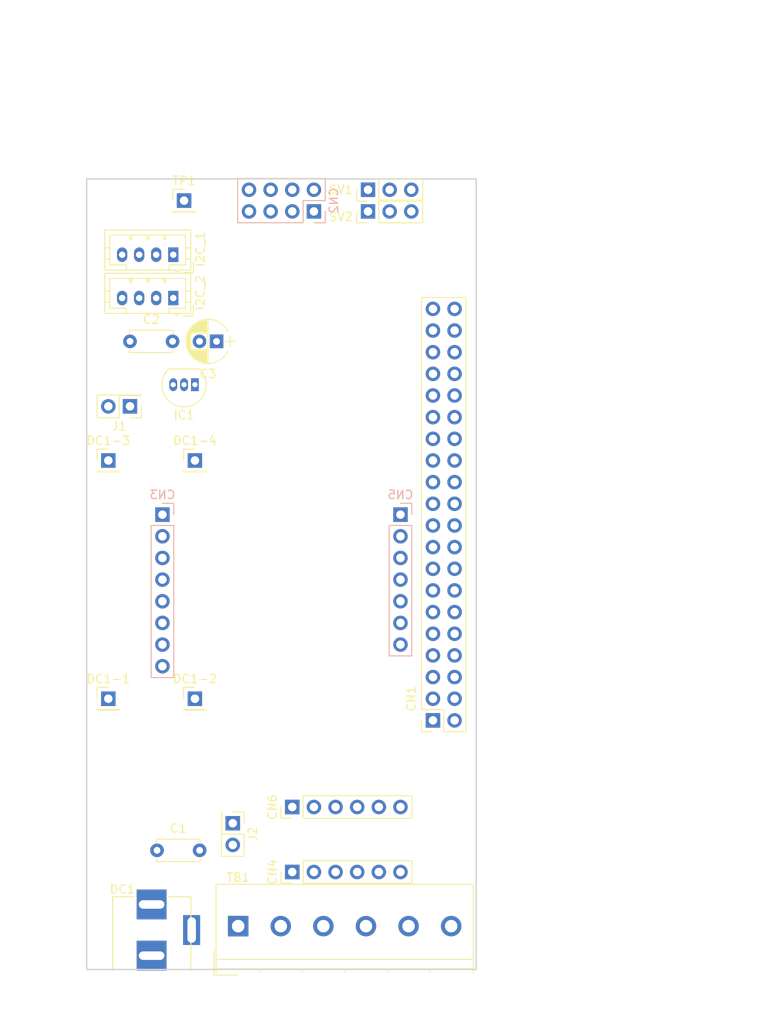
<source format=kicad_pcb>
(kicad_pcb (version 4) (host pcbnew 4.0.7)

  (general
    (links 76)
    (no_connects 76)
    (area 93.904999 39.294999 139.775001 132.155001)
    (thickness 1.6)
    (drawings 21)
    (tracks 0)
    (zones 0)
    (modules 31)
    (nets 21)
  )

  (page A4)
  (layers
    (0 F.Cu signal)
    (31 B.Cu signal)
    (32 B.Adhes user)
    (33 F.Adhes user)
    (34 B.Paste user)
    (35 F.Paste user)
    (36 B.SilkS user)
    (37 F.SilkS user)
    (38 B.Mask user)
    (39 F.Mask user)
    (40 Dwgs.User user)
    (41 Cmts.User user)
    (42 Eco1.User user)
    (43 Eco2.User user)
    (44 Edge.Cuts user)
    (45 Margin user)
    (46 B.CrtYd user)
    (47 F.CrtYd user)
    (48 B.Fab user)
    (49 F.Fab user hide)
  )

  (setup
    (last_trace_width 0.25)
    (trace_clearance 0.2)
    (zone_clearance 0.508)
    (zone_45_only no)
    (trace_min 0.2)
    (segment_width 0.2)
    (edge_width 0.15)
    (via_size 0.6)
    (via_drill 0.4)
    (via_min_size 0.4)
    (via_min_drill 0.3)
    (uvia_size 0.3)
    (uvia_drill 0.1)
    (uvias_allowed no)
    (uvia_min_size 0.2)
    (uvia_min_drill 0.1)
    (pcb_text_width 0.3)
    (pcb_text_size 1.5 1.5)
    (mod_edge_width 0.15)
    (mod_text_size 1 1)
    (mod_text_width 0.15)
    (pad_size 3.5 2)
    (pad_drill 3)
    (pad_to_mask_clearance 0.2)
    (aux_axis_origin 0 0)
    (visible_elements 7FFEF7FF)
    (pcbplotparams
      (layerselection 0x00030_80000001)
      (usegerberextensions false)
      (excludeedgelayer true)
      (linewidth 0.100000)
      (plotframeref false)
      (viasonmask false)
      (mode 1)
      (useauxorigin false)
      (hpglpennumber 1)
      (hpglpenspeed 20)
      (hpglpendiameter 15)
      (hpglpenoverlay 2)
      (psnegative false)
      (psa4output false)
      (plotreference true)
      (plotvalue true)
      (plotinvisibletext false)
      (padsonsilk false)
      (subtractmaskfromsilk false)
      (outputformat 1)
      (mirror false)
      (drillshape 1)
      (scaleselection 1)
      (outputdirectory ""))
  )

  (net 0 "")
  (net 1 VBat)
  (net 2 GND)
  (net 3 3V3)
  (net 4 +5V)
  (net 5 GP02)
  (net 6 GP03)
  (net 7 AIN1)
  (net 8 BIN1)
  (net 9 AIN2)
  (net 10 GP22)
  (net 11 GP23)
  (net 12 GP24)
  (net 13 GP25)
  (net 14 BIN2)
  (net 15 GP26)
  (net 16 Aout1)
  (net 17 Aout2)
  (net 18 Bout1)
  (net 19 Bout2)
  (net 20 MODEd)

  (net_class Default "これは標準のネット クラスです。"
    (clearance 0.2)
    (trace_width 0.25)
    (via_dia 0.6)
    (via_drill 0.4)
    (uvia_dia 0.3)
    (uvia_drill 0.1)
    (add_net +5V)
    (add_net 3V3)
    (add_net AIN1)
    (add_net AIN2)
    (add_net Aout1)
    (add_net Aout2)
    (add_net BIN1)
    (add_net BIN2)
    (add_net Bout1)
    (add_net Bout2)
    (add_net GND)
    (add_net GP02)
    (add_net GP03)
    (add_net GP22)
    (add_net GP23)
    (add_net GP24)
    (add_net GP25)
    (add_net GP26)
    (add_net MODEd)
    (add_net VBat)
  )

  (module Connectors_Terminal_Blocks:TerminalBlock_Philmore_TB13x_06x5mm_Straight (layer F.Cu) (tedit 5EEC33D8) (tstamp 5EEC31B0)
    (at 111.76 127)
    (descr "6-way 5.0mm pitch terminal block, http://www.philmore-datak.com/mc/Page%20197.pdf")
    (tags "screw terminal block")
    (path /5EEAF30B)
    (fp_text reference TB1 (at 0 -5.715) (layer F.SilkS)
      (effects (font (size 1 1) (thickness 0.15)))
    )
    (fp_text value Conn_01x06 (at 12.5 6.9) (layer F.Fab)
      (effects (font (size 1 1) (thickness 0.15)))
    )
    (fp_line (start -3 -5.3) (end -3 5.9) (layer F.CrtYd) (width 0.05))
    (fp_line (start -3 5.9) (end 28 5.9) (layer F.CrtYd) (width 0.05))
    (fp_line (start 28 5.9) (end 28 -5.3) (layer F.CrtYd) (width 0.05))
    (fp_line (start 28 -5.3) (end -3 -5.3) (layer F.CrtYd) (width 0.05))
    (fp_line (start -2.5 3.9) (end 27.5 3.9) (layer F.Fab) (width 0.1))
    (fp_line (start -2.5 5) (end 27.5 5) (layer F.Fab) (width 0.1))
    (fp_line (start -2.5 5.4) (end -2.5 -4.8) (layer F.Fab) (width 0.1))
    (fp_line (start -2.5 -4.8) (end 27.5 -4.8) (layer F.Fab) (width 0.1))
    (fp_line (start 27.5 -4.8) (end 27.5 5.4) (layer F.Fab) (width 0.1))
    (fp_line (start 2.5 5) (end 2.5 5.4) (layer F.Fab) (width 0.1))
    (fp_line (start 7.5 5) (end 7.5 5.4) (layer F.Fab) (width 0.1))
    (fp_line (start 12.5 5) (end 12.5 5.4) (layer F.Fab) (width 0.1))
    (fp_line (start 17.5 5) (end 17.5 5.4) (layer F.Fab) (width 0.1))
    (fp_line (start 22.5 5) (end 22.5 5.4) (layer F.Fab) (width 0.1))
    (fp_line (start -2.84 2.9) (end -2.84 5.74) (layer F.Fab) (width 0.1))
    (fp_line (start -2.84 5.74) (end 0 5.74) (layer F.Fab) (width 0.1))
    (fp_line (start -2.6 3.9) (end 27.6 3.9) (layer F.SilkS) (width 0.12))
    (fp_line (start -2.6 5) (end 27.6 5) (layer F.SilkS) (width 0.12))
    (fp_line (start -2.6 5.5) (end -2.6 -4.9) (layer F.SilkS) (width 0.12))
    (fp_line (start -2.6 -4.9) (end 27.6 -4.9) (layer F.SilkS) (width 0.12))
    (fp_line (start 27.6 -4.9) (end 27.6 5.5) (layer F.SilkS) (width 0.12))
    (fp_line (start 2.5 5) (end 2.5 5.4) (layer F.SilkS) (width 0.12))
    (fp_line (start 7.5 5) (end 7.5 5.4) (layer F.SilkS) (width 0.12))
    (fp_line (start 12.5 5) (end 12.5 5.4) (layer F.SilkS) (width 0.12))
    (fp_line (start 17.5 5) (end 17.5 5.4) (layer F.SilkS) (width 0.12))
    (fp_line (start 22.5 5) (end 22.5 5.4) (layer F.SilkS) (width 0.12))
    (fp_line (start -2.84 2.9) (end -2.84 5.74) (layer F.SilkS) (width 0.12))
    (fp_line (start -2.84 5.74) (end 0 5.74) (layer F.SilkS) (width 0.12))
    (fp_text user %R (at 12.5 0.3) (layer F.Fab)
      (effects (font (size 1 1) (thickness 0.15)))
    )
    (pad 1 thru_hole rect (at 0 0) (size 2.4 2.4) (drill 1.47) (layers *.Cu *.Mask)
      (net 1 VBat))
    (pad 2 thru_hole circle (at 5 0) (size 2.4 2.4) (drill 1.47) (layers *.Cu *.Mask)
      (net 16 Aout1))
    (pad 3 thru_hole circle (at 10 0) (size 2.4 2.4) (drill 1.47) (layers *.Cu *.Mask)
      (net 17 Aout2))
    (pad 4 thru_hole circle (at 15 0) (size 2.4 2.4) (drill 1.47) (layers *.Cu *.Mask)
      (net 18 Bout1))
    (pad 5 thru_hole circle (at 20 0) (size 2.4 2.4) (drill 1.47) (layers *.Cu *.Mask)
      (net 19 Bout2))
    (pad 6 thru_hole circle (at 25 0) (size 2.4 2.4) (drill 1.47) (layers *.Cu *.Mask)
      (net 2 GND))
    (model ${KISYS3DMOD}/Connectors_Terminal_Blocks.3dshapes/TerminalBlock_Philmore_TB13x_06x5mm_Straight.wrl
      (at (xyz 0 0 0))
      (scale (xyz 1 1 1))
      (rotate (xyz 0 0 0))
    )
  )

  (module Capacitors_THT:C_Disc_D5.0mm_W2.5mm_P5.00mm (layer F.Cu) (tedit 597BC7C2) (tstamp 5EEC30E5)
    (at 102.235 118.11)
    (descr "C, Disc series, Radial, pin pitch=5.00mm, , diameter*width=5*2.5mm^2, Capacitor, http://cdn-reichelt.de/documents/datenblatt/B300/DS_KERKO_TC.pdf")
    (tags "C Disc series Radial pin pitch 5.00mm  diameter 5mm width 2.5mm Capacitor")
    (path /5EEAF303)
    (fp_text reference C1 (at 2.5 -2.56) (layer F.SilkS)
      (effects (font (size 1 1) (thickness 0.15)))
    )
    (fp_text value 104 (at 2.5 2.56) (layer F.Fab)
      (effects (font (size 1 1) (thickness 0.15)))
    )
    (fp_line (start 0 -1.25) (end 0 1.25) (layer F.Fab) (width 0.1))
    (fp_line (start 0 1.25) (end 5 1.25) (layer F.Fab) (width 0.1))
    (fp_line (start 5 1.25) (end 5 -1.25) (layer F.Fab) (width 0.1))
    (fp_line (start 5 -1.25) (end 0 -1.25) (layer F.Fab) (width 0.1))
    (fp_line (start -0.06 -1.31) (end 5.06 -1.31) (layer F.SilkS) (width 0.12))
    (fp_line (start -0.06 1.31) (end 5.06 1.31) (layer F.SilkS) (width 0.12))
    (fp_line (start -0.06 -1.31) (end -0.06 -0.996) (layer F.SilkS) (width 0.12))
    (fp_line (start -0.06 0.996) (end -0.06 1.31) (layer F.SilkS) (width 0.12))
    (fp_line (start 5.06 -1.31) (end 5.06 -0.996) (layer F.SilkS) (width 0.12))
    (fp_line (start 5.06 0.996) (end 5.06 1.31) (layer F.SilkS) (width 0.12))
    (fp_line (start -1.05 -1.6) (end -1.05 1.6) (layer F.CrtYd) (width 0.05))
    (fp_line (start -1.05 1.6) (end 6.05 1.6) (layer F.CrtYd) (width 0.05))
    (fp_line (start 6.05 1.6) (end 6.05 -1.6) (layer F.CrtYd) (width 0.05))
    (fp_line (start 6.05 -1.6) (end -1.05 -1.6) (layer F.CrtYd) (width 0.05))
    (fp_text user %R (at 2.5 0) (layer F.Fab)
      (effects (font (size 1 1) (thickness 0.15)))
    )
    (pad 1 thru_hole circle (at 0 0) (size 1.6 1.6) (drill 0.8) (layers *.Cu *.Mask)
      (net 1 VBat))
    (pad 2 thru_hole circle (at 5 0) (size 1.6 1.6) (drill 0.8) (layers *.Cu *.Mask)
      (net 2 GND))
    (model ${KISYS3DMOD}/Capacitors_THT.3dshapes/C_Disc_D5.0mm_W2.5mm_P5.00mm.wrl
      (at (xyz 0 0 0))
      (scale (xyz 1 1 1))
      (rotate (xyz 0 0 0))
    )
  )

  (module Capacitors_THT:C_Disc_D5.0mm_W2.5mm_P5.00mm (layer F.Cu) (tedit 597BC7C2) (tstamp 5EEC30EB)
    (at 99.06 58.42)
    (descr "C, Disc series, Radial, pin pitch=5.00mm, , diameter*width=5*2.5mm^2, Capacitor, http://cdn-reichelt.de/documents/datenblatt/B300/DS_KERKO_TC.pdf")
    (tags "C Disc series Radial pin pitch 5.00mm  diameter 5mm width 2.5mm Capacitor")
    (path /5EEAF304)
    (fp_text reference C2 (at 2.5 -2.56) (layer F.SilkS)
      (effects (font (size 1 1) (thickness 0.15)))
    )
    (fp_text value 105 (at 2.5 2.56) (layer F.Fab)
      (effects (font (size 1 1) (thickness 0.15)))
    )
    (fp_line (start 0 -1.25) (end 0 1.25) (layer F.Fab) (width 0.1))
    (fp_line (start 0 1.25) (end 5 1.25) (layer F.Fab) (width 0.1))
    (fp_line (start 5 1.25) (end 5 -1.25) (layer F.Fab) (width 0.1))
    (fp_line (start 5 -1.25) (end 0 -1.25) (layer F.Fab) (width 0.1))
    (fp_line (start -0.06 -1.31) (end 5.06 -1.31) (layer F.SilkS) (width 0.12))
    (fp_line (start -0.06 1.31) (end 5.06 1.31) (layer F.SilkS) (width 0.12))
    (fp_line (start -0.06 -1.31) (end -0.06 -0.996) (layer F.SilkS) (width 0.12))
    (fp_line (start -0.06 0.996) (end -0.06 1.31) (layer F.SilkS) (width 0.12))
    (fp_line (start 5.06 -1.31) (end 5.06 -0.996) (layer F.SilkS) (width 0.12))
    (fp_line (start 5.06 0.996) (end 5.06 1.31) (layer F.SilkS) (width 0.12))
    (fp_line (start -1.05 -1.6) (end -1.05 1.6) (layer F.CrtYd) (width 0.05))
    (fp_line (start -1.05 1.6) (end 6.05 1.6) (layer F.CrtYd) (width 0.05))
    (fp_line (start 6.05 1.6) (end 6.05 -1.6) (layer F.CrtYd) (width 0.05))
    (fp_line (start 6.05 -1.6) (end -1.05 -1.6) (layer F.CrtYd) (width 0.05))
    (fp_text user %R (at 2.5 0) (layer F.Fab)
      (effects (font (size 1 1) (thickness 0.15)))
    )
    (pad 1 thru_hole circle (at 0 0) (size 1.6 1.6) (drill 0.8) (layers *.Cu *.Mask)
      (net 3 3V3))
    (pad 2 thru_hole circle (at 5 0) (size 1.6 1.6) (drill 0.8) (layers *.Cu *.Mask)
      (net 2 GND))
    (model ${KISYS3DMOD}/Capacitors_THT.3dshapes/C_Disc_D5.0mm_W2.5mm_P5.00mm.wrl
      (at (xyz 0 0 0))
      (scale (xyz 1 1 1))
      (rotate (xyz 0 0 0))
    )
  )

  (module Capacitors_THT:CP_Radial_D5.0mm_P2.00mm (layer F.Cu) (tedit 597BC7C2) (tstamp 5EEC30F1)
    (at 109.22 58.42 180)
    (descr "CP, Radial series, Radial, pin pitch=2.00mm, , diameter=5mm, Electrolytic Capacitor")
    (tags "CP Radial series Radial pin pitch 2.00mm  diameter 5mm Electrolytic Capacitor")
    (path /5EEAF305)
    (fp_text reference C3 (at 1 -3.81 180) (layer F.SilkS)
      (effects (font (size 1 1) (thickness 0.15)))
    )
    (fp_text value 100u (at 1 3.81 180) (layer F.Fab)
      (effects (font (size 1 1) (thickness 0.15)))
    )
    (fp_arc (start 1 0) (end -1.30558 -1.18) (angle 125.8) (layer F.SilkS) (width 0.12))
    (fp_arc (start 1 0) (end -1.30558 1.18) (angle -125.8) (layer F.SilkS) (width 0.12))
    (fp_arc (start 1 0) (end 3.30558 -1.18) (angle 54.2) (layer F.SilkS) (width 0.12))
    (fp_circle (center 1 0) (end 3.5 0) (layer F.Fab) (width 0.1))
    (fp_line (start -2.2 0) (end -1 0) (layer F.Fab) (width 0.1))
    (fp_line (start -1.6 -0.65) (end -1.6 0.65) (layer F.Fab) (width 0.1))
    (fp_line (start 1 -2.55) (end 1 2.55) (layer F.SilkS) (width 0.12))
    (fp_line (start 1.04 -2.55) (end 1.04 -0.98) (layer F.SilkS) (width 0.12))
    (fp_line (start 1.04 0.98) (end 1.04 2.55) (layer F.SilkS) (width 0.12))
    (fp_line (start 1.08 -2.549) (end 1.08 -0.98) (layer F.SilkS) (width 0.12))
    (fp_line (start 1.08 0.98) (end 1.08 2.549) (layer F.SilkS) (width 0.12))
    (fp_line (start 1.12 -2.548) (end 1.12 -0.98) (layer F.SilkS) (width 0.12))
    (fp_line (start 1.12 0.98) (end 1.12 2.548) (layer F.SilkS) (width 0.12))
    (fp_line (start 1.16 -2.546) (end 1.16 -0.98) (layer F.SilkS) (width 0.12))
    (fp_line (start 1.16 0.98) (end 1.16 2.546) (layer F.SilkS) (width 0.12))
    (fp_line (start 1.2 -2.543) (end 1.2 -0.98) (layer F.SilkS) (width 0.12))
    (fp_line (start 1.2 0.98) (end 1.2 2.543) (layer F.SilkS) (width 0.12))
    (fp_line (start 1.24 -2.539) (end 1.24 -0.98) (layer F.SilkS) (width 0.12))
    (fp_line (start 1.24 0.98) (end 1.24 2.539) (layer F.SilkS) (width 0.12))
    (fp_line (start 1.28 -2.535) (end 1.28 -0.98) (layer F.SilkS) (width 0.12))
    (fp_line (start 1.28 0.98) (end 1.28 2.535) (layer F.SilkS) (width 0.12))
    (fp_line (start 1.32 -2.531) (end 1.32 -0.98) (layer F.SilkS) (width 0.12))
    (fp_line (start 1.32 0.98) (end 1.32 2.531) (layer F.SilkS) (width 0.12))
    (fp_line (start 1.36 -2.525) (end 1.36 -0.98) (layer F.SilkS) (width 0.12))
    (fp_line (start 1.36 0.98) (end 1.36 2.525) (layer F.SilkS) (width 0.12))
    (fp_line (start 1.4 -2.519) (end 1.4 -0.98) (layer F.SilkS) (width 0.12))
    (fp_line (start 1.4 0.98) (end 1.4 2.519) (layer F.SilkS) (width 0.12))
    (fp_line (start 1.44 -2.513) (end 1.44 -0.98) (layer F.SilkS) (width 0.12))
    (fp_line (start 1.44 0.98) (end 1.44 2.513) (layer F.SilkS) (width 0.12))
    (fp_line (start 1.48 -2.506) (end 1.48 -0.98) (layer F.SilkS) (width 0.12))
    (fp_line (start 1.48 0.98) (end 1.48 2.506) (layer F.SilkS) (width 0.12))
    (fp_line (start 1.52 -2.498) (end 1.52 -0.98) (layer F.SilkS) (width 0.12))
    (fp_line (start 1.52 0.98) (end 1.52 2.498) (layer F.SilkS) (width 0.12))
    (fp_line (start 1.56 -2.489) (end 1.56 -0.98) (layer F.SilkS) (width 0.12))
    (fp_line (start 1.56 0.98) (end 1.56 2.489) (layer F.SilkS) (width 0.12))
    (fp_line (start 1.6 -2.48) (end 1.6 -0.98) (layer F.SilkS) (width 0.12))
    (fp_line (start 1.6 0.98) (end 1.6 2.48) (layer F.SilkS) (width 0.12))
    (fp_line (start 1.64 -2.47) (end 1.64 -0.98) (layer F.SilkS) (width 0.12))
    (fp_line (start 1.64 0.98) (end 1.64 2.47) (layer F.SilkS) (width 0.12))
    (fp_line (start 1.68 -2.46) (end 1.68 -0.98) (layer F.SilkS) (width 0.12))
    (fp_line (start 1.68 0.98) (end 1.68 2.46) (layer F.SilkS) (width 0.12))
    (fp_line (start 1.721 -2.448) (end 1.721 -0.98) (layer F.SilkS) (width 0.12))
    (fp_line (start 1.721 0.98) (end 1.721 2.448) (layer F.SilkS) (width 0.12))
    (fp_line (start 1.761 -2.436) (end 1.761 -0.98) (layer F.SilkS) (width 0.12))
    (fp_line (start 1.761 0.98) (end 1.761 2.436) (layer F.SilkS) (width 0.12))
    (fp_line (start 1.801 -2.424) (end 1.801 -0.98) (layer F.SilkS) (width 0.12))
    (fp_line (start 1.801 0.98) (end 1.801 2.424) (layer F.SilkS) (width 0.12))
    (fp_line (start 1.841 -2.41) (end 1.841 -0.98) (layer F.SilkS) (width 0.12))
    (fp_line (start 1.841 0.98) (end 1.841 2.41) (layer F.SilkS) (width 0.12))
    (fp_line (start 1.881 -2.396) (end 1.881 -0.98) (layer F.SilkS) (width 0.12))
    (fp_line (start 1.881 0.98) (end 1.881 2.396) (layer F.SilkS) (width 0.12))
    (fp_line (start 1.921 -2.382) (end 1.921 -0.98) (layer F.SilkS) (width 0.12))
    (fp_line (start 1.921 0.98) (end 1.921 2.382) (layer F.SilkS) (width 0.12))
    (fp_line (start 1.961 -2.366) (end 1.961 -0.98) (layer F.SilkS) (width 0.12))
    (fp_line (start 1.961 0.98) (end 1.961 2.366) (layer F.SilkS) (width 0.12))
    (fp_line (start 2.001 -2.35) (end 2.001 -0.98) (layer F.SilkS) (width 0.12))
    (fp_line (start 2.001 0.98) (end 2.001 2.35) (layer F.SilkS) (width 0.12))
    (fp_line (start 2.041 -2.333) (end 2.041 -0.98) (layer F.SilkS) (width 0.12))
    (fp_line (start 2.041 0.98) (end 2.041 2.333) (layer F.SilkS) (width 0.12))
    (fp_line (start 2.081 -2.315) (end 2.081 -0.98) (layer F.SilkS) (width 0.12))
    (fp_line (start 2.081 0.98) (end 2.081 2.315) (layer F.SilkS) (width 0.12))
    (fp_line (start 2.121 -2.296) (end 2.121 -0.98) (layer F.SilkS) (width 0.12))
    (fp_line (start 2.121 0.98) (end 2.121 2.296) (layer F.SilkS) (width 0.12))
    (fp_line (start 2.161 -2.276) (end 2.161 -0.98) (layer F.SilkS) (width 0.12))
    (fp_line (start 2.161 0.98) (end 2.161 2.276) (layer F.SilkS) (width 0.12))
    (fp_line (start 2.201 -2.256) (end 2.201 -0.98) (layer F.SilkS) (width 0.12))
    (fp_line (start 2.201 0.98) (end 2.201 2.256) (layer F.SilkS) (width 0.12))
    (fp_line (start 2.241 -2.234) (end 2.241 -0.98) (layer F.SilkS) (width 0.12))
    (fp_line (start 2.241 0.98) (end 2.241 2.234) (layer F.SilkS) (width 0.12))
    (fp_line (start 2.281 -2.212) (end 2.281 -0.98) (layer F.SilkS) (width 0.12))
    (fp_line (start 2.281 0.98) (end 2.281 2.212) (layer F.SilkS) (width 0.12))
    (fp_line (start 2.321 -2.189) (end 2.321 -0.98) (layer F.SilkS) (width 0.12))
    (fp_line (start 2.321 0.98) (end 2.321 2.189) (layer F.SilkS) (width 0.12))
    (fp_line (start 2.361 -2.165) (end 2.361 -0.98) (layer F.SilkS) (width 0.12))
    (fp_line (start 2.361 0.98) (end 2.361 2.165) (layer F.SilkS) (width 0.12))
    (fp_line (start 2.401 -2.14) (end 2.401 -0.98) (layer F.SilkS) (width 0.12))
    (fp_line (start 2.401 0.98) (end 2.401 2.14) (layer F.SilkS) (width 0.12))
    (fp_line (start 2.441 -2.113) (end 2.441 -0.98) (layer F.SilkS) (width 0.12))
    (fp_line (start 2.441 0.98) (end 2.441 2.113) (layer F.SilkS) (width 0.12))
    (fp_line (start 2.481 -2.086) (end 2.481 -0.98) (layer F.SilkS) (width 0.12))
    (fp_line (start 2.481 0.98) (end 2.481 2.086) (layer F.SilkS) (width 0.12))
    (fp_line (start 2.521 -2.058) (end 2.521 -0.98) (layer F.SilkS) (width 0.12))
    (fp_line (start 2.521 0.98) (end 2.521 2.058) (layer F.SilkS) (width 0.12))
    (fp_line (start 2.561 -2.028) (end 2.561 -0.98) (layer F.SilkS) (width 0.12))
    (fp_line (start 2.561 0.98) (end 2.561 2.028) (layer F.SilkS) (width 0.12))
    (fp_line (start 2.601 -1.997) (end 2.601 -0.98) (layer F.SilkS) (width 0.12))
    (fp_line (start 2.601 0.98) (end 2.601 1.997) (layer F.SilkS) (width 0.12))
    (fp_line (start 2.641 -1.965) (end 2.641 -0.98) (layer F.SilkS) (width 0.12))
    (fp_line (start 2.641 0.98) (end 2.641 1.965) (layer F.SilkS) (width 0.12))
    (fp_line (start 2.681 -1.932) (end 2.681 -0.98) (layer F.SilkS) (width 0.12))
    (fp_line (start 2.681 0.98) (end 2.681 1.932) (layer F.SilkS) (width 0.12))
    (fp_line (start 2.721 -1.897) (end 2.721 -0.98) (layer F.SilkS) (width 0.12))
    (fp_line (start 2.721 0.98) (end 2.721 1.897) (layer F.SilkS) (width 0.12))
    (fp_line (start 2.761 -1.861) (end 2.761 -0.98) (layer F.SilkS) (width 0.12))
    (fp_line (start 2.761 0.98) (end 2.761 1.861) (layer F.SilkS) (width 0.12))
    (fp_line (start 2.801 -1.823) (end 2.801 -0.98) (layer F.SilkS) (width 0.12))
    (fp_line (start 2.801 0.98) (end 2.801 1.823) (layer F.SilkS) (width 0.12))
    (fp_line (start 2.841 -1.783) (end 2.841 -0.98) (layer F.SilkS) (width 0.12))
    (fp_line (start 2.841 0.98) (end 2.841 1.783) (layer F.SilkS) (width 0.12))
    (fp_line (start 2.881 -1.742) (end 2.881 -0.98) (layer F.SilkS) (width 0.12))
    (fp_line (start 2.881 0.98) (end 2.881 1.742) (layer F.SilkS) (width 0.12))
    (fp_line (start 2.921 -1.699) (end 2.921 -0.98) (layer F.SilkS) (width 0.12))
    (fp_line (start 2.921 0.98) (end 2.921 1.699) (layer F.SilkS) (width 0.12))
    (fp_line (start 2.961 -1.654) (end 2.961 -0.98) (layer F.SilkS) (width 0.12))
    (fp_line (start 2.961 0.98) (end 2.961 1.654) (layer F.SilkS) (width 0.12))
    (fp_line (start 3.001 -1.606) (end 3.001 1.606) (layer F.SilkS) (width 0.12))
    (fp_line (start 3.041 -1.556) (end 3.041 1.556) (layer F.SilkS) (width 0.12))
    (fp_line (start 3.081 -1.504) (end 3.081 1.504) (layer F.SilkS) (width 0.12))
    (fp_line (start 3.121 -1.448) (end 3.121 1.448) (layer F.SilkS) (width 0.12))
    (fp_line (start 3.161 -1.39) (end 3.161 1.39) (layer F.SilkS) (width 0.12))
    (fp_line (start 3.201 -1.327) (end 3.201 1.327) (layer F.SilkS) (width 0.12))
    (fp_line (start 3.241 -1.261) (end 3.241 1.261) (layer F.SilkS) (width 0.12))
    (fp_line (start 3.281 -1.189) (end 3.281 1.189) (layer F.SilkS) (width 0.12))
    (fp_line (start 3.321 -1.112) (end 3.321 1.112) (layer F.SilkS) (width 0.12))
    (fp_line (start 3.361 -1.028) (end 3.361 1.028) (layer F.SilkS) (width 0.12))
    (fp_line (start 3.401 -0.934) (end 3.401 0.934) (layer F.SilkS) (width 0.12))
    (fp_line (start 3.441 -0.829) (end 3.441 0.829) (layer F.SilkS) (width 0.12))
    (fp_line (start 3.481 -0.707) (end 3.481 0.707) (layer F.SilkS) (width 0.12))
    (fp_line (start 3.521 -0.559) (end 3.521 0.559) (layer F.SilkS) (width 0.12))
    (fp_line (start 3.561 -0.354) (end 3.561 0.354) (layer F.SilkS) (width 0.12))
    (fp_line (start -2.2 0) (end -1 0) (layer F.SilkS) (width 0.12))
    (fp_line (start -1.6 -0.65) (end -1.6 0.65) (layer F.SilkS) (width 0.12))
    (fp_line (start -1.85 -2.85) (end -1.85 2.85) (layer F.CrtYd) (width 0.05))
    (fp_line (start -1.85 2.85) (end 3.85 2.85) (layer F.CrtYd) (width 0.05))
    (fp_line (start 3.85 2.85) (end 3.85 -2.85) (layer F.CrtYd) (width 0.05))
    (fp_line (start 3.85 -2.85) (end -1.85 -2.85) (layer F.CrtYd) (width 0.05))
    (fp_text user %R (at 1 0 180) (layer F.Fab)
      (effects (font (size 1 1) (thickness 0.15)))
    )
    (pad 1 thru_hole rect (at 0 0 180) (size 1.6 1.6) (drill 0.8) (layers *.Cu *.Mask)
      (net 3 3V3))
    (pad 2 thru_hole circle (at 2 0 180) (size 1.6 1.6) (drill 0.8) (layers *.Cu *.Mask)
      (net 2 GND))
    (model ${KISYS3DMOD}/Capacitors_THT.3dshapes/CP_Radial_D5.0mm_P2.00mm.wrl
      (at (xyz 0 0 0))
      (scale (xyz 1 1 1))
      (rotate (xyz 0 0 0))
    )
  )

  (module Socket_Strips:Socket_Strip_Straight_2x20_Pitch2.54mm (layer F.Cu) (tedit 5EED51E8) (tstamp 5EEC311D)
    (at 134.62 102.87 180)
    (descr "Through hole straight socket strip, 2x20, 2.54mm pitch, double rows")
    (tags "Through hole socket strip THT 2x20 2.54mm double row")
    (path /5EEAB2CD)
    (fp_text reference CN1 (at 2.54 2.54 270) (layer F.SilkS)
      (effects (font (size 1 1) (thickness 0.15)))
    )
    (fp_text value Conn_02x20_Odd_Even (at -1.27 50.59 180) (layer F.Fab)
      (effects (font (size 1 1) (thickness 0.15)))
    )
    (fp_line (start -3.81 -1.27) (end -3.81 49.53) (layer F.Fab) (width 0.1))
    (fp_line (start -3.81 49.53) (end 1.27 49.53) (layer F.Fab) (width 0.1))
    (fp_line (start 1.27 49.53) (end 1.27 -1.27) (layer F.Fab) (width 0.1))
    (fp_line (start 1.27 -1.27) (end -3.81 -1.27) (layer F.Fab) (width 0.1))
    (fp_line (start 1.33 1.27) (end 1.33 49.59) (layer F.SilkS) (width 0.12))
    (fp_line (start 1.33 49.59) (end -3.87 49.59) (layer F.SilkS) (width 0.12))
    (fp_line (start -3.87 49.59) (end -3.87 -1.33) (layer F.SilkS) (width 0.12))
    (fp_line (start -3.87 -1.33) (end -1.27 -1.33) (layer F.SilkS) (width 0.12))
    (fp_line (start -1.27 -1.33) (end -1.27 1.27) (layer F.SilkS) (width 0.12))
    (fp_line (start -1.27 1.27) (end 1.33 1.27) (layer F.SilkS) (width 0.12))
    (fp_line (start 1.33 0) (end 1.33 -1.33) (layer F.SilkS) (width 0.12))
    (fp_line (start 1.33 -1.33) (end 0.06 -1.33) (layer F.SilkS) (width 0.12))
    (fp_line (start -4.35 -1.8) (end -4.35 50.05) (layer F.CrtYd) (width 0.05))
    (fp_line (start -4.35 50.05) (end 1.8 50.05) (layer F.CrtYd) (width 0.05))
    (fp_line (start 1.8 50.05) (end 1.8 -1.8) (layer F.CrtYd) (width 0.05))
    (fp_line (start 1.8 -1.8) (end -4.35 -1.8) (layer F.CrtYd) (width 0.05))
    (fp_text user %R (at -1.27 -2.33 180) (layer F.Fab)
      (effects (font (size 1 1) (thickness 0.15)))
    )
    (pad 1 thru_hole rect (at 0 0 180) (size 1.7 1.7) (drill 1) (layers *.Cu *.Mask)
      (net 3 3V3))
    (pad 2 thru_hole oval (at -2.54 0 180) (size 1.7 1.7) (drill 1) (layers *.Cu *.Mask)
      (net 4 +5V))
    (pad 3 thru_hole oval (at 0 2.54 180) (size 1.7 1.7) (drill 1) (layers *.Cu *.Mask)
      (net 5 GP02))
    (pad 4 thru_hole oval (at -2.54 2.54 180) (size 1.7 1.7) (drill 1) (layers *.Cu *.Mask)
      (net 4 +5V))
    (pad 5 thru_hole oval (at 0 5.08 180) (size 1.7 1.7) (drill 1) (layers *.Cu *.Mask)
      (net 6 GP03))
    (pad 6 thru_hole oval (at -2.54 5.08 180) (size 1.7 1.7) (drill 1) (layers *.Cu *.Mask)
      (net 2 GND))
    (pad 7 thru_hole oval (at 0 7.62 180) (size 1.7 1.7) (drill 1) (layers *.Cu *.Mask))
    (pad 8 thru_hole oval (at -2.54 7.62 180) (size 1.7 1.7) (drill 1) (layers *.Cu *.Mask))
    (pad 9 thru_hole oval (at 0 10.16 180) (size 1.7 1.7) (drill 1) (layers *.Cu *.Mask)
      (net 2 GND))
    (pad 10 thru_hole oval (at -2.54 10.16 180) (size 1.7 1.7) (drill 1) (layers *.Cu *.Mask))
    (pad 11 thru_hole oval (at 0 12.7 180) (size 1.7 1.7) (drill 1) (layers *.Cu *.Mask)
      (net 7 AIN1))
    (pad 12 thru_hole oval (at -2.54 12.7 180) (size 1.7 1.7) (drill 1) (layers *.Cu *.Mask)
      (net 8 BIN1))
    (pad 13 thru_hole oval (at 0 15.24 180) (size 1.7 1.7) (drill 1) (layers *.Cu *.Mask)
      (net 9 AIN2))
    (pad 14 thru_hole oval (at -2.54 15.24 180) (size 1.7 1.7) (drill 1) (layers *.Cu *.Mask)
      (net 2 GND))
    (pad 15 thru_hole oval (at 0 17.78 180) (size 1.7 1.7) (drill 1) (layers *.Cu *.Mask)
      (net 10 GP22))
    (pad 16 thru_hole oval (at -2.54 17.78 180) (size 1.7 1.7) (drill 1) (layers *.Cu *.Mask)
      (net 11 GP23))
    (pad 17 thru_hole oval (at 0 20.32 180) (size 1.7 1.7) (drill 1) (layers *.Cu *.Mask)
      (net 3 3V3))
    (pad 18 thru_hole oval (at -2.54 20.32 180) (size 1.7 1.7) (drill 1) (layers *.Cu *.Mask)
      (net 12 GP24))
    (pad 19 thru_hole oval (at 0 22.86 180) (size 1.7 1.7) (drill 1) (layers *.Cu *.Mask))
    (pad 20 thru_hole oval (at -2.54 22.86 180) (size 1.7 1.7) (drill 1) (layers *.Cu *.Mask)
      (net 2 GND))
    (pad 21 thru_hole oval (at 0 25.4 180) (size 1.7 1.7) (drill 1) (layers *.Cu *.Mask))
    (pad 22 thru_hole oval (at -2.54 25.4 180) (size 1.7 1.7) (drill 1) (layers *.Cu *.Mask)
      (net 13 GP25))
    (pad 23 thru_hole oval (at 0 27.94 180) (size 1.7 1.7) (drill 1) (layers *.Cu *.Mask))
    (pad 24 thru_hole oval (at -2.54 27.94 180) (size 1.7 1.7) (drill 1) (layers *.Cu *.Mask))
    (pad 25 thru_hole oval (at 0 30.48 180) (size 1.7 1.7) (drill 1) (layers *.Cu *.Mask)
      (net 2 GND))
    (pad 26 thru_hole oval (at -2.54 30.48 180) (size 1.7 1.7) (drill 1) (layers *.Cu *.Mask))
    (pad 27 thru_hole oval (at 0 33.02 180) (size 1.7 1.7) (drill 1) (layers *.Cu *.Mask))
    (pad 28 thru_hole oval (at -2.54 33.02 180) (size 1.7 1.7) (drill 1) (layers *.Cu *.Mask))
    (pad 29 thru_hole oval (at 0 35.56 180) (size 1.7 1.7) (drill 1) (layers *.Cu *.Mask))
    (pad 30 thru_hole oval (at -2.54 35.56 180) (size 1.7 1.7) (drill 1) (layers *.Cu *.Mask)
      (net 2 GND))
    (pad 31 thru_hole oval (at 0 38.1 180) (size 1.7 1.7) (drill 1) (layers *.Cu *.Mask))
    (pad 32 thru_hole oval (at -2.54 38.1 180) (size 1.7 1.7) (drill 1) (layers *.Cu *.Mask))
    (pad 33 thru_hole oval (at 0 40.64 180) (size 1.7 1.7) (drill 1) (layers *.Cu *.Mask)
      (net 14 BIN2))
    (pad 34 thru_hole oval (at -2.54 40.64 180) (size 1.7 1.7) (drill 1) (layers *.Cu *.Mask)
      (net 2 GND))
    (pad 35 thru_hole oval (at 0 43.18 180) (size 1.7 1.7) (drill 1) (layers *.Cu *.Mask))
    (pad 36 thru_hole oval (at -2.54 43.18 180) (size 1.7 1.7) (drill 1) (layers *.Cu *.Mask))
    (pad 37 thru_hole oval (at 0 45.72 180) (size 1.7 1.7) (drill 1) (layers *.Cu *.Mask)
      (net 15 GP26))
    (pad 38 thru_hole oval (at -2.54 45.72 180) (size 1.7 1.7) (drill 1) (layers *.Cu *.Mask))
    (pad 39 thru_hole oval (at 0 48.26 180) (size 1.7 1.7) (drill 1) (layers *.Cu *.Mask)
      (net 2 GND))
    (pad 40 thru_hole oval (at -2.54 48.26 180) (size 1.7 1.7) (drill 1) (layers *.Cu *.Mask))
    (model ${KISYS3DMOD}/Socket_Strips.3dshapes/Socket_Strip_Straight_2x20_Pitch2.54mm.wrl
      (at (xyz -0.05 -0.95 0))
      (scale (xyz 1 1 1))
      (rotate (xyz 0 0 270))
    )
  )

  (module Pin_Headers:Pin_Header_Straight_2x04_Pitch2.54mm (layer B.Cu) (tedit 59650532) (tstamp 5EEC3129)
    (at 120.65 43.18 90)
    (descr "Through hole straight pin header, 2x04, 2.54mm pitch, double rows")
    (tags "Through hole pin header THT 2x04 2.54mm double row")
    (path /5EEAF306)
    (fp_text reference CN2 (at 1.27 2.33 90) (layer B.SilkS)
      (effects (font (size 1 1) (thickness 0.15)) (justify mirror))
    )
    (fp_text value Conn_02x04_Odd_Even (at 1.27 -9.95 90) (layer B.Fab)
      (effects (font (size 1 1) (thickness 0.15)) (justify mirror))
    )
    (fp_line (start 0 1.27) (end 3.81 1.27) (layer B.Fab) (width 0.1))
    (fp_line (start 3.81 1.27) (end 3.81 -8.89) (layer B.Fab) (width 0.1))
    (fp_line (start 3.81 -8.89) (end -1.27 -8.89) (layer B.Fab) (width 0.1))
    (fp_line (start -1.27 -8.89) (end -1.27 0) (layer B.Fab) (width 0.1))
    (fp_line (start -1.27 0) (end 0 1.27) (layer B.Fab) (width 0.1))
    (fp_line (start -1.33 -8.95) (end 3.87 -8.95) (layer B.SilkS) (width 0.12))
    (fp_line (start -1.33 -1.27) (end -1.33 -8.95) (layer B.SilkS) (width 0.12))
    (fp_line (start 3.87 1.33) (end 3.87 -8.95) (layer B.SilkS) (width 0.12))
    (fp_line (start -1.33 -1.27) (end 1.27 -1.27) (layer B.SilkS) (width 0.12))
    (fp_line (start 1.27 -1.27) (end 1.27 1.33) (layer B.SilkS) (width 0.12))
    (fp_line (start 1.27 1.33) (end 3.87 1.33) (layer B.SilkS) (width 0.12))
    (fp_line (start -1.33 0) (end -1.33 1.33) (layer B.SilkS) (width 0.12))
    (fp_line (start -1.33 1.33) (end 0 1.33) (layer B.SilkS) (width 0.12))
    (fp_line (start -1.8 1.8) (end -1.8 -9.4) (layer B.CrtYd) (width 0.05))
    (fp_line (start -1.8 -9.4) (end 4.35 -9.4) (layer B.CrtYd) (width 0.05))
    (fp_line (start 4.35 -9.4) (end 4.35 1.8) (layer B.CrtYd) (width 0.05))
    (fp_line (start 4.35 1.8) (end -1.8 1.8) (layer B.CrtYd) (width 0.05))
    (fp_text user %R (at 1.27 -3.81 360) (layer B.Fab)
      (effects (font (size 1 1) (thickness 0.15)) (justify mirror))
    )
    (pad 1 thru_hole rect (at 0 0 90) (size 1.7 1.7) (drill 1) (layers *.Cu *.Mask)
      (net 13 GP25))
    (pad 2 thru_hole oval (at 2.54 0 90) (size 1.7 1.7) (drill 1) (layers *.Cu *.Mask)
      (net 3 3V3))
    (pad 3 thru_hole oval (at 0 -2.54 90) (size 1.7 1.7) (drill 1) (layers *.Cu *.Mask)
      (net 12 GP24))
    (pad 4 thru_hole oval (at 2.54 -2.54 90) (size 1.7 1.7) (drill 1) (layers *.Cu *.Mask)
      (net 2 GND))
    (pad 5 thru_hole oval (at 0 -5.08 90) (size 1.7 1.7) (drill 1) (layers *.Cu *.Mask)
      (net 11 GP23))
    (pad 6 thru_hole oval (at 2.54 -5.08 90) (size 1.7 1.7) (drill 1) (layers *.Cu *.Mask)
      (net 6 GP03))
    (pad 7 thru_hole oval (at 0 -7.62 90) (size 1.7 1.7) (drill 1) (layers *.Cu *.Mask))
    (pad 8 thru_hole oval (at 2.54 -7.62 90) (size 1.7 1.7) (drill 1) (layers *.Cu *.Mask)
      (net 5 GP02))
    (model ${KISYS3DMOD}/Pin_Headers.3dshapes/Pin_Header_Straight_2x04_Pitch2.54mm.wrl
      (at (xyz 0 0 0))
      (scale (xyz 1 1 1))
      (rotate (xyz 0 0 0))
    )
  )

  (module Pin_Headers:Pin_Header_Straight_1x08_Pitch2.54mm (layer B.Cu) (tedit 59650532) (tstamp 5EEC3135)
    (at 102.87 78.74 180)
    (descr "Through hole straight pin header, 1x08, 2.54mm pitch, single row")
    (tags "Through hole pin header THT 1x08 2.54mm single row")
    (path /5EEAF2FF)
    (fp_text reference CN3 (at 0 2.33 180) (layer B.SilkS)
      (effects (font (size 1 1) (thickness 0.15)) (justify mirror))
    )
    (fp_text value Conn_01x08 (at 0 -20.11 180) (layer B.Fab)
      (effects (font (size 1 1) (thickness 0.15)) (justify mirror))
    )
    (fp_line (start -0.635 1.27) (end 1.27 1.27) (layer B.Fab) (width 0.1))
    (fp_line (start 1.27 1.27) (end 1.27 -19.05) (layer B.Fab) (width 0.1))
    (fp_line (start 1.27 -19.05) (end -1.27 -19.05) (layer B.Fab) (width 0.1))
    (fp_line (start -1.27 -19.05) (end -1.27 0.635) (layer B.Fab) (width 0.1))
    (fp_line (start -1.27 0.635) (end -0.635 1.27) (layer B.Fab) (width 0.1))
    (fp_line (start -1.33 -19.11) (end 1.33 -19.11) (layer B.SilkS) (width 0.12))
    (fp_line (start -1.33 -1.27) (end -1.33 -19.11) (layer B.SilkS) (width 0.12))
    (fp_line (start 1.33 -1.27) (end 1.33 -19.11) (layer B.SilkS) (width 0.12))
    (fp_line (start -1.33 -1.27) (end 1.33 -1.27) (layer B.SilkS) (width 0.12))
    (fp_line (start -1.33 0) (end -1.33 1.33) (layer B.SilkS) (width 0.12))
    (fp_line (start -1.33 1.33) (end 0 1.33) (layer B.SilkS) (width 0.12))
    (fp_line (start -1.8 1.8) (end -1.8 -19.55) (layer B.CrtYd) (width 0.05))
    (fp_line (start -1.8 -19.55) (end 1.8 -19.55) (layer B.CrtYd) (width 0.05))
    (fp_line (start 1.8 -19.55) (end 1.8 1.8) (layer B.CrtYd) (width 0.05))
    (fp_line (start 1.8 1.8) (end -1.8 1.8) (layer B.CrtYd) (width 0.05))
    (fp_text user %R (at 0 -8.89 450) (layer B.Fab)
      (effects (font (size 1 1) (thickness 0.15)) (justify mirror))
    )
    (pad 1 thru_hole rect (at 0 0 180) (size 1.7 1.7) (drill 1) (layers *.Cu *.Mask)
      (net 1 VBat))
    (pad 2 thru_hole oval (at 0 -2.54 180) (size 1.7 1.7) (drill 1) (layers *.Cu *.Mask)
      (net 2 GND))
    (pad 3 thru_hole oval (at 0 -5.08 180) (size 1.7 1.7) (drill 1) (layers *.Cu *.Mask)
      (net 7 AIN1))
    (pad 4 thru_hole oval (at 0 -7.62 180) (size 1.7 1.7) (drill 1) (layers *.Cu *.Mask)
      (net 9 AIN2))
    (pad 5 thru_hole oval (at 0 -10.16 180) (size 1.7 1.7) (drill 1) (layers *.Cu *.Mask)
      (net 8 BIN1))
    (pad 6 thru_hole oval (at 0 -12.7 180) (size 1.7 1.7) (drill 1) (layers *.Cu *.Mask)
      (net 14 BIN2))
    (pad 7 thru_hole oval (at 0 -15.24 180) (size 1.7 1.7) (drill 1) (layers *.Cu *.Mask)
      (net 3 3V3))
    (pad 8 thru_hole oval (at 0 -17.78 180) (size 1.7 1.7) (drill 1) (layers *.Cu *.Mask))
    (model ${KISYS3DMOD}/Pin_Headers.3dshapes/Pin_Header_Straight_1x08_Pitch2.54mm.wrl
      (at (xyz 0 0 0))
      (scale (xyz 1 1 1))
      (rotate (xyz 0 0 0))
    )
  )

  (module Pin_Headers:Pin_Header_Straight_1x06_Pitch2.54mm (layer F.Cu) (tedit 59650532) (tstamp 5EEC313F)
    (at 118.11 120.65 90)
    (descr "Through hole straight pin header, 1x06, 2.54mm pitch, single row")
    (tags "Through hole pin header THT 1x06 2.54mm single row")
    (path /5EEAF307)
    (fp_text reference CN4 (at 0 -2.33 90) (layer F.SilkS)
      (effects (font (size 1 1) (thickness 0.15)))
    )
    (fp_text value Conn_01x06 (at 0 15.03 90) (layer F.Fab)
      (effects (font (size 1 1) (thickness 0.15)))
    )
    (fp_line (start -0.635 -1.27) (end 1.27 -1.27) (layer F.Fab) (width 0.1))
    (fp_line (start 1.27 -1.27) (end 1.27 13.97) (layer F.Fab) (width 0.1))
    (fp_line (start 1.27 13.97) (end -1.27 13.97) (layer F.Fab) (width 0.1))
    (fp_line (start -1.27 13.97) (end -1.27 -0.635) (layer F.Fab) (width 0.1))
    (fp_line (start -1.27 -0.635) (end -0.635 -1.27) (layer F.Fab) (width 0.1))
    (fp_line (start -1.33 14.03) (end 1.33 14.03) (layer F.SilkS) (width 0.12))
    (fp_line (start -1.33 1.27) (end -1.33 14.03) (layer F.SilkS) (width 0.12))
    (fp_line (start 1.33 1.27) (end 1.33 14.03) (layer F.SilkS) (width 0.12))
    (fp_line (start -1.33 1.27) (end 1.33 1.27) (layer F.SilkS) (width 0.12))
    (fp_line (start -1.33 0) (end -1.33 -1.33) (layer F.SilkS) (width 0.12))
    (fp_line (start -1.33 -1.33) (end 0 -1.33) (layer F.SilkS) (width 0.12))
    (fp_line (start -1.8 -1.8) (end -1.8 14.5) (layer F.CrtYd) (width 0.05))
    (fp_line (start -1.8 14.5) (end 1.8 14.5) (layer F.CrtYd) (width 0.05))
    (fp_line (start 1.8 14.5) (end 1.8 -1.8) (layer F.CrtYd) (width 0.05))
    (fp_line (start 1.8 -1.8) (end -1.8 -1.8) (layer F.CrtYd) (width 0.05))
    (fp_text user %R (at 0 6.35 180) (layer F.Fab)
      (effects (font (size 1 1) (thickness 0.15)))
    )
    (pad 1 thru_hole rect (at 0 0 90) (size 1.7 1.7) (drill 1) (layers *.Cu *.Mask)
      (net 1 VBat))
    (pad 2 thru_hole oval (at 0 2.54 90) (size 1.7 1.7) (drill 1) (layers *.Cu *.Mask)
      (net 16 Aout1))
    (pad 3 thru_hole oval (at 0 5.08 90) (size 1.7 1.7) (drill 1) (layers *.Cu *.Mask)
      (net 17 Aout2))
    (pad 4 thru_hole oval (at 0 7.62 90) (size 1.7 1.7) (drill 1) (layers *.Cu *.Mask)
      (net 18 Bout1))
    (pad 5 thru_hole oval (at 0 10.16 90) (size 1.7 1.7) (drill 1) (layers *.Cu *.Mask)
      (net 19 Bout2))
    (pad 6 thru_hole oval (at 0 12.7 90) (size 1.7 1.7) (drill 1) (layers *.Cu *.Mask)
      (net 2 GND))
    (model ${KISYS3DMOD}/Pin_Headers.3dshapes/Pin_Header_Straight_1x06_Pitch2.54mm.wrl
      (at (xyz 0 0 0))
      (scale (xyz 1 1 1))
      (rotate (xyz 0 0 0))
    )
  )

  (module Pin_Headers:Pin_Header_Straight_1x07_Pitch2.54mm (layer B.Cu) (tedit 59650532) (tstamp 5EEC314A)
    (at 130.81 78.74 180)
    (descr "Through hole straight pin header, 1x07, 2.54mm pitch, single row")
    (tags "Through hole pin header THT 1x07 2.54mm single row")
    (path /5EEAF300)
    (fp_text reference CN5 (at 0 2.33 180) (layer B.SilkS)
      (effects (font (size 1 1) (thickness 0.15)) (justify mirror))
    )
    (fp_text value Conn_01x07 (at 0 -17.57 180) (layer B.Fab)
      (effects (font (size 1 1) (thickness 0.15)) (justify mirror))
    )
    (fp_line (start -0.635 1.27) (end 1.27 1.27) (layer B.Fab) (width 0.1))
    (fp_line (start 1.27 1.27) (end 1.27 -16.51) (layer B.Fab) (width 0.1))
    (fp_line (start 1.27 -16.51) (end -1.27 -16.51) (layer B.Fab) (width 0.1))
    (fp_line (start -1.27 -16.51) (end -1.27 0.635) (layer B.Fab) (width 0.1))
    (fp_line (start -1.27 0.635) (end -0.635 1.27) (layer B.Fab) (width 0.1))
    (fp_line (start -1.33 -16.57) (end 1.33 -16.57) (layer B.SilkS) (width 0.12))
    (fp_line (start -1.33 -1.27) (end -1.33 -16.57) (layer B.SilkS) (width 0.12))
    (fp_line (start 1.33 -1.27) (end 1.33 -16.57) (layer B.SilkS) (width 0.12))
    (fp_line (start -1.33 -1.27) (end 1.33 -1.27) (layer B.SilkS) (width 0.12))
    (fp_line (start -1.33 0) (end -1.33 1.33) (layer B.SilkS) (width 0.12))
    (fp_line (start -1.33 1.33) (end 0 1.33) (layer B.SilkS) (width 0.12))
    (fp_line (start -1.8 1.8) (end -1.8 -17.05) (layer B.CrtYd) (width 0.05))
    (fp_line (start -1.8 -17.05) (end 1.8 -17.05) (layer B.CrtYd) (width 0.05))
    (fp_line (start 1.8 -17.05) (end 1.8 1.8) (layer B.CrtYd) (width 0.05))
    (fp_line (start 1.8 1.8) (end -1.8 1.8) (layer B.CrtYd) (width 0.05))
    (fp_text user %R (at 0 -7.62 450) (layer B.Fab)
      (effects (font (size 1 1) (thickness 0.15)) (justify mirror))
    )
    (pad 1 thru_hole rect (at 0 0 180) (size 1.7 1.7) (drill 1) (layers *.Cu *.Mask)
      (net 5 GP02))
    (pad 2 thru_hole oval (at 0 -2.54 180) (size 1.7 1.7) (drill 1) (layers *.Cu *.Mask)
      (net 6 GP03))
    (pad 3 thru_hole oval (at 0 -5.08 180) (size 1.7 1.7) (drill 1) (layers *.Cu *.Mask)
      (net 11 GP23))
    (pad 4 thru_hole oval (at 0 -7.62 180) (size 1.7 1.7) (drill 1) (layers *.Cu *.Mask)
      (net 12 GP24))
    (pad 5 thru_hole oval (at 0 -10.16 180) (size 1.7 1.7) (drill 1) (layers *.Cu *.Mask)
      (net 13 GP25))
    (pad 6 thru_hole oval (at 0 -12.7 180) (size 1.7 1.7) (drill 1) (layers *.Cu *.Mask)
      (net 10 GP22))
    (pad 7 thru_hole oval (at 0 -15.24 180) (size 1.7 1.7) (drill 1) (layers *.Cu *.Mask)
      (net 15 GP26))
    (model ${KISYS3DMOD}/Pin_Headers.3dshapes/Pin_Header_Straight_1x07_Pitch2.54mm.wrl
      (at (xyz 0 0 0))
      (scale (xyz 1 1 1))
      (rotate (xyz 0 0 0))
    )
  )

  (module Pin_Headers:Pin_Header_Straight_1x06_Pitch2.54mm (layer F.Cu) (tedit 59650532) (tstamp 5EEC3154)
    (at 118.11 113.03 90)
    (descr "Through hole straight pin header, 1x06, 2.54mm pitch, single row")
    (tags "Through hole pin header THT 1x06 2.54mm single row")
    (path /5EEAF308)
    (fp_text reference CN6 (at 0 -2.33 90) (layer F.SilkS)
      (effects (font (size 1 1) (thickness 0.15)))
    )
    (fp_text value Conn_01x06 (at 0 15.03 90) (layer F.Fab)
      (effects (font (size 1 1) (thickness 0.15)))
    )
    (fp_line (start -0.635 -1.27) (end 1.27 -1.27) (layer F.Fab) (width 0.1))
    (fp_line (start 1.27 -1.27) (end 1.27 13.97) (layer F.Fab) (width 0.1))
    (fp_line (start 1.27 13.97) (end -1.27 13.97) (layer F.Fab) (width 0.1))
    (fp_line (start -1.27 13.97) (end -1.27 -0.635) (layer F.Fab) (width 0.1))
    (fp_line (start -1.27 -0.635) (end -0.635 -1.27) (layer F.Fab) (width 0.1))
    (fp_line (start -1.33 14.03) (end 1.33 14.03) (layer F.SilkS) (width 0.12))
    (fp_line (start -1.33 1.27) (end -1.33 14.03) (layer F.SilkS) (width 0.12))
    (fp_line (start 1.33 1.27) (end 1.33 14.03) (layer F.SilkS) (width 0.12))
    (fp_line (start -1.33 1.27) (end 1.33 1.27) (layer F.SilkS) (width 0.12))
    (fp_line (start -1.33 0) (end -1.33 -1.33) (layer F.SilkS) (width 0.12))
    (fp_line (start -1.33 -1.33) (end 0 -1.33) (layer F.SilkS) (width 0.12))
    (fp_line (start -1.8 -1.8) (end -1.8 14.5) (layer F.CrtYd) (width 0.05))
    (fp_line (start -1.8 14.5) (end 1.8 14.5) (layer F.CrtYd) (width 0.05))
    (fp_line (start 1.8 14.5) (end 1.8 -1.8) (layer F.CrtYd) (width 0.05))
    (fp_line (start 1.8 -1.8) (end -1.8 -1.8) (layer F.CrtYd) (width 0.05))
    (fp_text user %R (at 0 6.35 180) (layer F.Fab)
      (effects (font (size 1 1) (thickness 0.15)))
    )
    (pad 1 thru_hole rect (at 0 0 90) (size 1.7 1.7) (drill 1) (layers *.Cu *.Mask)
      (net 3 3V3))
    (pad 2 thru_hole oval (at 0 2.54 90) (size 1.7 1.7) (drill 1) (layers *.Cu *.Mask)
      (net 20 MODEd))
    (pad 3 thru_hole oval (at 0 5.08 90) (size 1.7 1.7) (drill 1) (layers *.Cu *.Mask)
      (net 7 AIN1))
    (pad 4 thru_hole oval (at 0 7.62 90) (size 1.7 1.7) (drill 1) (layers *.Cu *.Mask)
      (net 9 AIN2))
    (pad 5 thru_hole oval (at 0 10.16 90) (size 1.7 1.7) (drill 1) (layers *.Cu *.Mask)
      (net 8 BIN1))
    (pad 6 thru_hole oval (at 0 12.7 90) (size 1.7 1.7) (drill 1) (layers *.Cu *.Mask)
      (net 14 BIN2))
    (model ${KISYS3DMOD}/Pin_Headers.3dshapes/Pin_Header_Straight_1x06_Pitch2.54mm.wrl
      (at (xyz 0 0 0))
      (scale (xyz 1 1 1))
      (rotate (xyz 0 0 0))
    )
  )

  (module "MY Parts:BARREL_JACK_NoSilk" (layer F.Cu) (tedit 5EECC02B) (tstamp 5EEC315B)
    (at 101.6 124.46 90)
    (descr "DC Barrel Jack")
    (tags "Power Jack")
    (path /5EEAB2EF)
    (fp_text reference DC1 (at 1.778 -3.429 360) (layer F.SilkS)
      (effects (font (size 1 1) (thickness 0.15)))
    )
    (fp_text value Jack-DC (at -6.2 -5.5 90) (layer F.Fab)
      (effects (font (size 1 1) (thickness 0.15)))
    )
    (fp_line (start 0.889 -4.572) (end -7.747 -4.572) (layer F.SilkS) (width 0.15))
    (fp_line (start 1 -4.5) (end 1 -4.75) (layer F.CrtYd) (width 0.05))
    (fp_line (start 1 -4.75) (end -14 -4.75) (layer F.CrtYd) (width 0.05))
    (fp_line (start 1 -4.5) (end 1 -2) (layer F.CrtYd) (width 0.05))
    (fp_line (start 1 -2) (end 2 -2) (layer F.CrtYd) (width 0.05))
    (fp_line (start 2 -2) (end 2 2) (layer F.CrtYd) (width 0.05))
    (fp_line (start 2 2) (end 1 2) (layer F.CrtYd) (width 0.05))
    (fp_line (start 1 2) (end 1 4.75) (layer F.CrtYd) (width 0.05))
    (fp_line (start 1 4.75) (end -1 4.75) (layer F.CrtYd) (width 0.05))
    (fp_line (start -1 4.75) (end -1 6.75) (layer F.CrtYd) (width 0.05))
    (fp_line (start -1 6.75) (end -5 6.75) (layer F.CrtYd) (width 0.05))
    (fp_line (start -5 6.75) (end -5 4.75) (layer F.CrtYd) (width 0.05))
    (fp_line (start -5 4.75) (end -14 4.75) (layer F.CrtYd) (width 0.05))
    (fp_line (start -14 4.75) (end -14 -4.75) (layer F.CrtYd) (width 0.05))
    (fp_line (start 0.969 4.6) (end -7.831 4.6) (layer F.SilkS) (width 0.12))
    (fp_line (start 0.9 1.9) (end 0.9 4.6) (layer F.SilkS) (width 0.12))
    (fp_line (start 0.9 4.6) (end -1 4.6) (layer F.SilkS) (width 0.12))
    (fp_line (start 0.9 -4.6) (end 0.9 -2) (layer F.SilkS) (width 0.12))
    (fp_line (start -10.2 -4.5) (end -10.2 4.5) (layer F.Fab) (width 0.1))
    (fp_line (start -13.7 -4.5) (end -13.7 4.5) (layer F.Fab) (width 0.1))
    (fp_line (start -13.7 4.5) (end 0.8 4.5) (layer F.Fab) (width 0.1))
    (fp_line (start 0.8 4.5) (end 0.8 -4.5) (layer F.Fab) (width 0.1))
    (fp_line (start 0.8 -4.5) (end -13.7 -4.5) (layer F.Fab) (width 0.1))
    (pad 1 thru_hole rect (at 0 0 90) (size 3.5 3.5) (drill oval 1 3) (layers *.Cu *.Mask)
      (net 1 VBat))
    (pad 2 thru_hole rect (at -6 0 90) (size 3.5 3.5) (drill oval 1 3) (layers *.Cu *.Mask)
      (net 2 GND))
    (pad 3 thru_hole rect (at -3 4.7 90) (size 3.5 2) (drill oval 3 1) (layers *.Cu *.Mask))
  )

  (module Pin_Headers:Pin_Header_Straight_1x01_Pitch2.54mm (layer F.Cu) (tedit 59650532) (tstamp 5EEC3160)
    (at 96.52 100.33)
    (descr "Through hole straight pin header, 1x01, 2.54mm pitch, single row")
    (tags "Through hole pin header THT 1x01 2.54mm single row")
    (path /5EEB1CA7)
    (fp_text reference DC1-1 (at 0 -2.33) (layer F.SilkS)
      (effects (font (size 1 1) (thickness 0.15)))
    )
    (fp_text value Conn_01x01 (at 0 2.33) (layer F.Fab)
      (effects (font (size 1 1) (thickness 0.15)))
    )
    (fp_line (start -0.635 -1.27) (end 1.27 -1.27) (layer F.Fab) (width 0.1))
    (fp_line (start 1.27 -1.27) (end 1.27 1.27) (layer F.Fab) (width 0.1))
    (fp_line (start 1.27 1.27) (end -1.27 1.27) (layer F.Fab) (width 0.1))
    (fp_line (start -1.27 1.27) (end -1.27 -0.635) (layer F.Fab) (width 0.1))
    (fp_line (start -1.27 -0.635) (end -0.635 -1.27) (layer F.Fab) (width 0.1))
    (fp_line (start -1.33 1.33) (end 1.33 1.33) (layer F.SilkS) (width 0.12))
    (fp_line (start -1.33 1.27) (end -1.33 1.33) (layer F.SilkS) (width 0.12))
    (fp_line (start 1.33 1.27) (end 1.33 1.33) (layer F.SilkS) (width 0.12))
    (fp_line (start -1.33 1.27) (end 1.33 1.27) (layer F.SilkS) (width 0.12))
    (fp_line (start -1.33 0) (end -1.33 -1.33) (layer F.SilkS) (width 0.12))
    (fp_line (start -1.33 -1.33) (end 0 -1.33) (layer F.SilkS) (width 0.12))
    (fp_line (start -1.8 -1.8) (end -1.8 1.8) (layer F.CrtYd) (width 0.05))
    (fp_line (start -1.8 1.8) (end 1.8 1.8) (layer F.CrtYd) (width 0.05))
    (fp_line (start 1.8 1.8) (end 1.8 -1.8) (layer F.CrtYd) (width 0.05))
    (fp_line (start 1.8 -1.8) (end -1.8 -1.8) (layer F.CrtYd) (width 0.05))
    (fp_text user %R (at 0 0 90) (layer F.Fab)
      (effects (font (size 1 1) (thickness 0.15)))
    )
    (pad 1 thru_hole rect (at 0 0) (size 1.7 1.7) (drill 1) (layers *.Cu *.Mask)
      (net 1 VBat))
    (model ${KISYS3DMOD}/Pin_Headers.3dshapes/Pin_Header_Straight_1x01_Pitch2.54mm.wrl
      (at (xyz 0 0 0))
      (scale (xyz 1 1 1))
      (rotate (xyz 0 0 0))
    )
  )

  (module Pin_Headers:Pin_Header_Straight_1x01_Pitch2.54mm (layer F.Cu) (tedit 59650532) (tstamp 5EEC3165)
    (at 106.68 100.33)
    (descr "Through hole straight pin header, 1x01, 2.54mm pitch, single row")
    (tags "Through hole pin header THT 1x01 2.54mm single row")
    (path /5EEB2E31)
    (fp_text reference DC1-2 (at 0 -2.33) (layer F.SilkS)
      (effects (font (size 1 1) (thickness 0.15)))
    )
    (fp_text value Conn_01x01 (at 0 2.33) (layer F.Fab)
      (effects (font (size 1 1) (thickness 0.15)))
    )
    (fp_line (start -0.635 -1.27) (end 1.27 -1.27) (layer F.Fab) (width 0.1))
    (fp_line (start 1.27 -1.27) (end 1.27 1.27) (layer F.Fab) (width 0.1))
    (fp_line (start 1.27 1.27) (end -1.27 1.27) (layer F.Fab) (width 0.1))
    (fp_line (start -1.27 1.27) (end -1.27 -0.635) (layer F.Fab) (width 0.1))
    (fp_line (start -1.27 -0.635) (end -0.635 -1.27) (layer F.Fab) (width 0.1))
    (fp_line (start -1.33 1.33) (end 1.33 1.33) (layer F.SilkS) (width 0.12))
    (fp_line (start -1.33 1.27) (end -1.33 1.33) (layer F.SilkS) (width 0.12))
    (fp_line (start 1.33 1.27) (end 1.33 1.33) (layer F.SilkS) (width 0.12))
    (fp_line (start -1.33 1.27) (end 1.33 1.27) (layer F.SilkS) (width 0.12))
    (fp_line (start -1.33 0) (end -1.33 -1.33) (layer F.SilkS) (width 0.12))
    (fp_line (start -1.33 -1.33) (end 0 -1.33) (layer F.SilkS) (width 0.12))
    (fp_line (start -1.8 -1.8) (end -1.8 1.8) (layer F.CrtYd) (width 0.05))
    (fp_line (start -1.8 1.8) (end 1.8 1.8) (layer F.CrtYd) (width 0.05))
    (fp_line (start 1.8 1.8) (end 1.8 -1.8) (layer F.CrtYd) (width 0.05))
    (fp_line (start 1.8 -1.8) (end -1.8 -1.8) (layer F.CrtYd) (width 0.05))
    (fp_text user %R (at 0 0 90) (layer F.Fab)
      (effects (font (size 1 1) (thickness 0.15)))
    )
    (pad 1 thru_hole rect (at 0 0) (size 1.7 1.7) (drill 1) (layers *.Cu *.Mask)
      (net 2 GND))
    (model ${KISYS3DMOD}/Pin_Headers.3dshapes/Pin_Header_Straight_1x01_Pitch2.54mm.wrl
      (at (xyz 0 0 0))
      (scale (xyz 1 1 1))
      (rotate (xyz 0 0 0))
    )
  )

  (module Pin_Headers:Pin_Header_Straight_1x01_Pitch2.54mm (layer F.Cu) (tedit 59650532) (tstamp 5EEC316A)
    (at 96.52 72.39)
    (descr "Through hole straight pin header, 1x01, 2.54mm pitch, single row")
    (tags "Through hole pin header THT 1x01 2.54mm single row")
    (path /5EEB2E8F)
    (fp_text reference DC1-3 (at 0 -2.33) (layer F.SilkS)
      (effects (font (size 1 1) (thickness 0.15)))
    )
    (fp_text value Conn_01x01 (at 0 2.33) (layer F.Fab)
      (effects (font (size 1 1) (thickness 0.15)))
    )
    (fp_line (start -0.635 -1.27) (end 1.27 -1.27) (layer F.Fab) (width 0.1))
    (fp_line (start 1.27 -1.27) (end 1.27 1.27) (layer F.Fab) (width 0.1))
    (fp_line (start 1.27 1.27) (end -1.27 1.27) (layer F.Fab) (width 0.1))
    (fp_line (start -1.27 1.27) (end -1.27 -0.635) (layer F.Fab) (width 0.1))
    (fp_line (start -1.27 -0.635) (end -0.635 -1.27) (layer F.Fab) (width 0.1))
    (fp_line (start -1.33 1.33) (end 1.33 1.33) (layer F.SilkS) (width 0.12))
    (fp_line (start -1.33 1.27) (end -1.33 1.33) (layer F.SilkS) (width 0.12))
    (fp_line (start 1.33 1.27) (end 1.33 1.33) (layer F.SilkS) (width 0.12))
    (fp_line (start -1.33 1.27) (end 1.33 1.27) (layer F.SilkS) (width 0.12))
    (fp_line (start -1.33 0) (end -1.33 -1.33) (layer F.SilkS) (width 0.12))
    (fp_line (start -1.33 -1.33) (end 0 -1.33) (layer F.SilkS) (width 0.12))
    (fp_line (start -1.8 -1.8) (end -1.8 1.8) (layer F.CrtYd) (width 0.05))
    (fp_line (start -1.8 1.8) (end 1.8 1.8) (layer F.CrtYd) (width 0.05))
    (fp_line (start 1.8 1.8) (end 1.8 -1.8) (layer F.CrtYd) (width 0.05))
    (fp_line (start 1.8 -1.8) (end -1.8 -1.8) (layer F.CrtYd) (width 0.05))
    (fp_text user %R (at 0 0 90) (layer F.Fab)
      (effects (font (size 1 1) (thickness 0.15)))
    )
    (pad 1 thru_hole rect (at 0 0) (size 1.7 1.7) (drill 1) (layers *.Cu *.Mask)
      (net 4 +5V))
    (model ${KISYS3DMOD}/Pin_Headers.3dshapes/Pin_Header_Straight_1x01_Pitch2.54mm.wrl
      (at (xyz 0 0 0))
      (scale (xyz 1 1 1))
      (rotate (xyz 0 0 0))
    )
  )

  (module Pin_Headers:Pin_Header_Straight_1x01_Pitch2.54mm (layer F.Cu) (tedit 59650532) (tstamp 5EEC316F)
    (at 106.68 72.39)
    (descr "Through hole straight pin header, 1x01, 2.54mm pitch, single row")
    (tags "Through hole pin header THT 1x01 2.54mm single row")
    (path /5EEB2EF8)
    (fp_text reference DC1-4 (at 0 -2.33) (layer F.SilkS)
      (effects (font (size 1 1) (thickness 0.15)))
    )
    (fp_text value Conn_01x01 (at 0 2.33) (layer F.Fab)
      (effects (font (size 1 1) (thickness 0.15)))
    )
    (fp_line (start -0.635 -1.27) (end 1.27 -1.27) (layer F.Fab) (width 0.1))
    (fp_line (start 1.27 -1.27) (end 1.27 1.27) (layer F.Fab) (width 0.1))
    (fp_line (start 1.27 1.27) (end -1.27 1.27) (layer F.Fab) (width 0.1))
    (fp_line (start -1.27 1.27) (end -1.27 -0.635) (layer F.Fab) (width 0.1))
    (fp_line (start -1.27 -0.635) (end -0.635 -1.27) (layer F.Fab) (width 0.1))
    (fp_line (start -1.33 1.33) (end 1.33 1.33) (layer F.SilkS) (width 0.12))
    (fp_line (start -1.33 1.27) (end -1.33 1.33) (layer F.SilkS) (width 0.12))
    (fp_line (start 1.33 1.27) (end 1.33 1.33) (layer F.SilkS) (width 0.12))
    (fp_line (start -1.33 1.27) (end 1.33 1.27) (layer F.SilkS) (width 0.12))
    (fp_line (start -1.33 0) (end -1.33 -1.33) (layer F.SilkS) (width 0.12))
    (fp_line (start -1.33 -1.33) (end 0 -1.33) (layer F.SilkS) (width 0.12))
    (fp_line (start -1.8 -1.8) (end -1.8 1.8) (layer F.CrtYd) (width 0.05))
    (fp_line (start -1.8 1.8) (end 1.8 1.8) (layer F.CrtYd) (width 0.05))
    (fp_line (start 1.8 1.8) (end 1.8 -1.8) (layer F.CrtYd) (width 0.05))
    (fp_line (start 1.8 -1.8) (end -1.8 -1.8) (layer F.CrtYd) (width 0.05))
    (fp_text user %R (at 0 0 90) (layer F.Fab)
      (effects (font (size 1 1) (thickness 0.15)))
    )
    (pad 1 thru_hole rect (at 0 0) (size 1.7 1.7) (drill 1) (layers *.Cu *.Mask)
      (net 2 GND))
    (model ${KISYS3DMOD}/Pin_Headers.3dshapes/Pin_Header_Straight_1x01_Pitch2.54mm.wrl
      (at (xyz 0 0 0))
      (scale (xyz 1 1 1))
      (rotate (xyz 0 0 0))
    )
  )

  (module Connectors_JST:JST_PH_B4B-PH-K_04x2.00mm_Straight (layer F.Cu) (tedit 5EED4F7A) (tstamp 5EEC318B)
    (at 104.14 48.26 180)
    (descr "JST PH series connector, B4B-PH-K, top entry type, through hole, Datasheet: http://www.jst-mfg.com/product/pdf/eng/ePH.pdf")
    (tags "connector jst ph")
    (path /5EEAB2D0)
    (fp_text reference I2C_1 (at -3.175 0.635 270) (layer F.SilkS)
      (effects (font (size 1 1) (thickness 0.15)))
    )
    (fp_text value Conn_01x04 (at 3 3.8 180) (layer F.Fab)
      (effects (font (size 1 1) (thickness 0.15)))
    )
    (fp_line (start -2.05 -1.8) (end -2.05 2.9) (layer F.SilkS) (width 0.12))
    (fp_line (start -2.05 2.9) (end 8.05 2.9) (layer F.SilkS) (width 0.12))
    (fp_line (start 8.05 2.9) (end 8.05 -1.8) (layer F.SilkS) (width 0.12))
    (fp_line (start 8.05 -1.8) (end -2.05 -1.8) (layer F.SilkS) (width 0.12))
    (fp_line (start 0.5 -1.8) (end 0.5 -1.2) (layer F.SilkS) (width 0.12))
    (fp_line (start 0.5 -1.2) (end -1.45 -1.2) (layer F.SilkS) (width 0.12))
    (fp_line (start -1.45 -1.2) (end -1.45 2.3) (layer F.SilkS) (width 0.12))
    (fp_line (start -1.45 2.3) (end 7.45 2.3) (layer F.SilkS) (width 0.12))
    (fp_line (start 7.45 2.3) (end 7.45 -1.2) (layer F.SilkS) (width 0.12))
    (fp_line (start 7.45 -1.2) (end 5.5 -1.2) (layer F.SilkS) (width 0.12))
    (fp_line (start 5.5 -1.2) (end 5.5 -1.8) (layer F.SilkS) (width 0.12))
    (fp_line (start -2.05 -0.5) (end -1.45 -0.5) (layer F.SilkS) (width 0.12))
    (fp_line (start -2.05 0.8) (end -1.45 0.8) (layer F.SilkS) (width 0.12))
    (fp_line (start 8.05 -0.5) (end 7.45 -0.5) (layer F.SilkS) (width 0.12))
    (fp_line (start 8.05 0.8) (end 7.45 0.8) (layer F.SilkS) (width 0.12))
    (fp_line (start -0.3 -1.8) (end -0.3 -2) (layer F.SilkS) (width 0.12))
    (fp_line (start -0.3 -2) (end -0.6 -2) (layer F.SilkS) (width 0.12))
    (fp_line (start -0.6 -2) (end -0.6 -1.8) (layer F.SilkS) (width 0.12))
    (fp_line (start -0.3 -1.9) (end -0.6 -1.9) (layer F.SilkS) (width 0.12))
    (fp_line (start 0.9 2.3) (end 0.9 1.8) (layer F.SilkS) (width 0.12))
    (fp_line (start 0.9 1.8) (end 1.1 1.8) (layer F.SilkS) (width 0.12))
    (fp_line (start 1.1 1.8) (end 1.1 2.3) (layer F.SilkS) (width 0.12))
    (fp_line (start 1 2.3) (end 1 1.8) (layer F.SilkS) (width 0.12))
    (fp_line (start 2.9 2.3) (end 2.9 1.8) (layer F.SilkS) (width 0.12))
    (fp_line (start 2.9 1.8) (end 3.1 1.8) (layer F.SilkS) (width 0.12))
    (fp_line (start 3.1 1.8) (end 3.1 2.3) (layer F.SilkS) (width 0.12))
    (fp_line (start 3 2.3) (end 3 1.8) (layer F.SilkS) (width 0.12))
    (fp_line (start 4.9 2.3) (end 4.9 1.8) (layer F.SilkS) (width 0.12))
    (fp_line (start 4.9 1.8) (end 5.1 1.8) (layer F.SilkS) (width 0.12))
    (fp_line (start 5.1 1.8) (end 5.1 2.3) (layer F.SilkS) (width 0.12))
    (fp_line (start 5 2.3) (end 5 1.8) (layer F.SilkS) (width 0.12))
    (fp_line (start -1.1 -2.1) (end -2.35 -2.1) (layer F.SilkS) (width 0.12))
    (fp_line (start -2.35 -2.1) (end -2.35 -0.85) (layer F.SilkS) (width 0.12))
    (fp_line (start -1.1 -2.1) (end -2.35 -2.1) (layer F.Fab) (width 0.1))
    (fp_line (start -2.35 -2.1) (end -2.35 -0.85) (layer F.Fab) (width 0.1))
    (fp_line (start -1.95 -1.7) (end -1.95 2.8) (layer F.Fab) (width 0.1))
    (fp_line (start -1.95 2.8) (end 7.95 2.8) (layer F.Fab) (width 0.1))
    (fp_line (start 7.95 2.8) (end 7.95 -1.7) (layer F.Fab) (width 0.1))
    (fp_line (start 7.95 -1.7) (end -1.95 -1.7) (layer F.Fab) (width 0.1))
    (fp_line (start -2.45 -2.2) (end -2.45 3.3) (layer F.CrtYd) (width 0.05))
    (fp_line (start -2.45 3.3) (end 8.45 3.3) (layer F.CrtYd) (width 0.05))
    (fp_line (start 8.45 3.3) (end 8.45 -2.2) (layer F.CrtYd) (width 0.05))
    (fp_line (start 8.45 -2.2) (end -2.45 -2.2) (layer F.CrtYd) (width 0.05))
    (fp_text user %R (at 3 1.5 180) (layer F.Fab)
      (effects (font (size 1 1) (thickness 0.15)))
    )
    (pad 1 thru_hole rect (at 0 0 180) (size 1.2 1.7) (drill 0.75) (layers *.Cu *.Mask)
      (net 2 GND))
    (pad 2 thru_hole oval (at 2 0 180) (size 1.2 1.7) (drill 0.75) (layers *.Cu *.Mask)
      (net 3 3V3))
    (pad 3 thru_hole oval (at 4 0 180) (size 1.2 1.7) (drill 0.75) (layers *.Cu *.Mask)
      (net 5 GP02))
    (pad 4 thru_hole oval (at 6 0 180) (size 1.2 1.7) (drill 0.75) (layers *.Cu *.Mask)
      (net 6 GP03))
    (model ${KISYS3DMOD}/Connectors_JST.3dshapes/JST_PH_B4B-PH-K_04x2.00mm_Straight.wrl
      (at (xyz 0 0 0))
      (scale (xyz 1 1 1))
      (rotate (xyz 0 0 0))
    )
  )

  (module Connectors_JST:JST_PH_B4B-PH-K_04x2.00mm_Straight (layer F.Cu) (tedit 5EED4F84) (tstamp 5EEC3193)
    (at 104.14 53.34 180)
    (descr "JST PH series connector, B4B-PH-K, top entry type, through hole, Datasheet: http://www.jst-mfg.com/product/pdf/eng/ePH.pdf")
    (tags "connector jst ph")
    (path /5EEAB2E8)
    (fp_text reference I2C_2 (at -3.175 0.635 270) (layer F.SilkS)
      (effects (font (size 1 1) (thickness 0.15)))
    )
    (fp_text value Conn_01x04 (at 3 3.8 180) (layer F.Fab)
      (effects (font (size 1 1) (thickness 0.15)))
    )
    (fp_line (start -2.05 -1.8) (end -2.05 2.9) (layer F.SilkS) (width 0.12))
    (fp_line (start -2.05 2.9) (end 8.05 2.9) (layer F.SilkS) (width 0.12))
    (fp_line (start 8.05 2.9) (end 8.05 -1.8) (layer F.SilkS) (width 0.12))
    (fp_line (start 8.05 -1.8) (end -2.05 -1.8) (layer F.SilkS) (width 0.12))
    (fp_line (start 0.5 -1.8) (end 0.5 -1.2) (layer F.SilkS) (width 0.12))
    (fp_line (start 0.5 -1.2) (end -1.45 -1.2) (layer F.SilkS) (width 0.12))
    (fp_line (start -1.45 -1.2) (end -1.45 2.3) (layer F.SilkS) (width 0.12))
    (fp_line (start -1.45 2.3) (end 7.45 2.3) (layer F.SilkS) (width 0.12))
    (fp_line (start 7.45 2.3) (end 7.45 -1.2) (layer F.SilkS) (width 0.12))
    (fp_line (start 7.45 -1.2) (end 5.5 -1.2) (layer F.SilkS) (width 0.12))
    (fp_line (start 5.5 -1.2) (end 5.5 -1.8) (layer F.SilkS) (width 0.12))
    (fp_line (start -2.05 -0.5) (end -1.45 -0.5) (layer F.SilkS) (width 0.12))
    (fp_line (start -2.05 0.8) (end -1.45 0.8) (layer F.SilkS) (width 0.12))
    (fp_line (start 8.05 -0.5) (end 7.45 -0.5) (layer F.SilkS) (width 0.12))
    (fp_line (start 8.05 0.8) (end 7.45 0.8) (layer F.SilkS) (width 0.12))
    (fp_line (start -0.3 -1.8) (end -0.3 -2) (layer F.SilkS) (width 0.12))
    (fp_line (start -0.3 -2) (end -0.6 -2) (layer F.SilkS) (width 0.12))
    (fp_line (start -0.6 -2) (end -0.6 -1.8) (layer F.SilkS) (width 0.12))
    (fp_line (start -0.3 -1.9) (end -0.6 -1.9) (layer F.SilkS) (width 0.12))
    (fp_line (start 0.9 2.3) (end 0.9 1.8) (layer F.SilkS) (width 0.12))
    (fp_line (start 0.9 1.8) (end 1.1 1.8) (layer F.SilkS) (width 0.12))
    (fp_line (start 1.1 1.8) (end 1.1 2.3) (layer F.SilkS) (width 0.12))
    (fp_line (start 1 2.3) (end 1 1.8) (layer F.SilkS) (width 0.12))
    (fp_line (start 2.9 2.3) (end 2.9 1.8) (layer F.SilkS) (width 0.12))
    (fp_line (start 2.9 1.8) (end 3.1 1.8) (layer F.SilkS) (width 0.12))
    (fp_line (start 3.1 1.8) (end 3.1 2.3) (layer F.SilkS) (width 0.12))
    (fp_line (start 3 2.3) (end 3 1.8) (layer F.SilkS) (width 0.12))
    (fp_line (start 4.9 2.3) (end 4.9 1.8) (layer F.SilkS) (width 0.12))
    (fp_line (start 4.9 1.8) (end 5.1 1.8) (layer F.SilkS) (width 0.12))
    (fp_line (start 5.1 1.8) (end 5.1 2.3) (layer F.SilkS) (width 0.12))
    (fp_line (start 5 2.3) (end 5 1.8) (layer F.SilkS) (width 0.12))
    (fp_line (start -1.1 -2.1) (end -2.35 -2.1) (layer F.SilkS) (width 0.12))
    (fp_line (start -2.35 -2.1) (end -2.35 -0.85) (layer F.SilkS) (width 0.12))
    (fp_line (start -1.1 -2.1) (end -2.35 -2.1) (layer F.Fab) (width 0.1))
    (fp_line (start -2.35 -2.1) (end -2.35 -0.85) (layer F.Fab) (width 0.1))
    (fp_line (start -1.95 -1.7) (end -1.95 2.8) (layer F.Fab) (width 0.1))
    (fp_line (start -1.95 2.8) (end 7.95 2.8) (layer F.Fab) (width 0.1))
    (fp_line (start 7.95 2.8) (end 7.95 -1.7) (layer F.Fab) (width 0.1))
    (fp_line (start 7.95 -1.7) (end -1.95 -1.7) (layer F.Fab) (width 0.1))
    (fp_line (start -2.45 -2.2) (end -2.45 3.3) (layer F.CrtYd) (width 0.05))
    (fp_line (start -2.45 3.3) (end 8.45 3.3) (layer F.CrtYd) (width 0.05))
    (fp_line (start 8.45 3.3) (end 8.45 -2.2) (layer F.CrtYd) (width 0.05))
    (fp_line (start 8.45 -2.2) (end -2.45 -2.2) (layer F.CrtYd) (width 0.05))
    (fp_text user %R (at 3 1.5 180) (layer F.Fab)
      (effects (font (size 1 1) (thickness 0.15)))
    )
    (pad 1 thru_hole rect (at 0 0 180) (size 1.2 1.7) (drill 0.75) (layers *.Cu *.Mask)
      (net 2 GND))
    (pad 2 thru_hole oval (at 2 0 180) (size 1.2 1.7) (drill 0.75) (layers *.Cu *.Mask)
      (net 3 3V3))
    (pad 3 thru_hole oval (at 4 0 180) (size 1.2 1.7) (drill 0.75) (layers *.Cu *.Mask)
      (net 5 GP02))
    (pad 4 thru_hole oval (at 6 0 180) (size 1.2 1.7) (drill 0.75) (layers *.Cu *.Mask)
      (net 6 GP03))
    (model ${KISYS3DMOD}/Connectors_JST.3dshapes/JST_PH_B4B-PH-K_04x2.00mm_Straight.wrl
      (at (xyz 0 0 0))
      (scale (xyz 1 1 1))
      (rotate (xyz 0 0 0))
    )
  )

  (module TO_SOT_Packages_THT:TO-92_Inline_Narrow_Oval (layer F.Cu) (tedit 58CE52AF) (tstamp 5EEC319A)
    (at 106.68 63.5 180)
    (descr "TO-92 leads in-line, narrow, oval pads, drill 0.6mm (see NXP sot054_po.pdf)")
    (tags "to-92 sc-43 sc-43a sot54 PA33 transistor")
    (path /5EEC3025)
    (fp_text reference IC1 (at 1.27 -3.56 180) (layer F.SilkS)
      (effects (font (size 1 1) (thickness 0.15)))
    )
    (fp_text value LP2950-3.0_TO92 (at 1.27 2.79 180) (layer F.Fab)
      (effects (font (size 1 1) (thickness 0.15)))
    )
    (fp_text user %R (at 1.27 -3.56 180) (layer F.Fab)
      (effects (font (size 1 1) (thickness 0.15)))
    )
    (fp_line (start -0.53 1.85) (end 3.07 1.85) (layer F.SilkS) (width 0.12))
    (fp_line (start -0.5 1.75) (end 3 1.75) (layer F.Fab) (width 0.1))
    (fp_line (start -1.46 -2.73) (end 4 -2.73) (layer F.CrtYd) (width 0.05))
    (fp_line (start -1.46 -2.73) (end -1.46 2.01) (layer F.CrtYd) (width 0.05))
    (fp_line (start 4 2.01) (end 4 -2.73) (layer F.CrtYd) (width 0.05))
    (fp_line (start 4 2.01) (end -1.46 2.01) (layer F.CrtYd) (width 0.05))
    (fp_arc (start 1.27 0) (end 1.27 -2.48) (angle 135) (layer F.Fab) (width 0.1))
    (fp_arc (start 1.27 0) (end 1.27 -2.6) (angle -135) (layer F.SilkS) (width 0.12))
    (fp_arc (start 1.27 0) (end 1.27 -2.48) (angle -135) (layer F.Fab) (width 0.1))
    (fp_arc (start 1.27 0) (end 1.27 -2.6) (angle 135) (layer F.SilkS) (width 0.12))
    (pad 2 thru_hole oval (at 1.27 0) (size 0.9 1.5) (drill 0.6) (layers *.Cu *.Mask)
      (net 2 GND))
    (pad 3 thru_hole oval (at 2.54 0) (size 0.9 1.5) (drill 0.6) (layers *.Cu *.Mask)
      (net 1 VBat))
    (pad 1 thru_hole rect (at 0 0) (size 0.9 1.5) (drill 0.6) (layers *.Cu *.Mask)
      (net 3 3V3))
    (model ${KISYS3DMOD}/TO_SOT_Packages_THT.3dshapes/TO-92_Inline_Narrow_Oval.wrl
      (at (xyz 0.05 0 0))
      (scale (xyz 1 1 1))
      (rotate (xyz 0 0 -90))
    )
  )

  (module Pin_Headers:Pin_Header_Straight_2x01_Pitch2.54mm (layer F.Cu) (tedit 59650532) (tstamp 5EEC31A0)
    (at 99.06 66.04 180)
    (descr "Through hole straight pin header, 2x01, 2.54mm pitch, double rows")
    (tags "Through hole pin header THT 2x01 2.54mm double row")
    (path /5EEB4E5E)
    (fp_text reference J1 (at 1.27 -2.33 180) (layer F.SilkS)
      (effects (font (size 1 1) (thickness 0.15)))
    )
    (fp_text value Conn_01x02 (at 1.27 2.33 180) (layer F.Fab)
      (effects (font (size 1 1) (thickness 0.15)))
    )
    (fp_line (start 0 -1.27) (end 3.81 -1.27) (layer F.Fab) (width 0.1))
    (fp_line (start 3.81 -1.27) (end 3.81 1.27) (layer F.Fab) (width 0.1))
    (fp_line (start 3.81 1.27) (end -1.27 1.27) (layer F.Fab) (width 0.1))
    (fp_line (start -1.27 1.27) (end -1.27 0) (layer F.Fab) (width 0.1))
    (fp_line (start -1.27 0) (end 0 -1.27) (layer F.Fab) (width 0.1))
    (fp_line (start -1.33 1.33) (end 3.87 1.33) (layer F.SilkS) (width 0.12))
    (fp_line (start -1.33 1.27) (end -1.33 1.33) (layer F.SilkS) (width 0.12))
    (fp_line (start 3.87 -1.33) (end 3.87 1.33) (layer F.SilkS) (width 0.12))
    (fp_line (start -1.33 1.27) (end 1.27 1.27) (layer F.SilkS) (width 0.12))
    (fp_line (start 1.27 1.27) (end 1.27 -1.33) (layer F.SilkS) (width 0.12))
    (fp_line (start 1.27 -1.33) (end 3.87 -1.33) (layer F.SilkS) (width 0.12))
    (fp_line (start -1.33 0) (end -1.33 -1.33) (layer F.SilkS) (width 0.12))
    (fp_line (start -1.33 -1.33) (end 0 -1.33) (layer F.SilkS) (width 0.12))
    (fp_line (start -1.8 -1.8) (end -1.8 1.8) (layer F.CrtYd) (width 0.05))
    (fp_line (start -1.8 1.8) (end 4.35 1.8) (layer F.CrtYd) (width 0.05))
    (fp_line (start 4.35 1.8) (end 4.35 -1.8) (layer F.CrtYd) (width 0.05))
    (fp_line (start 4.35 -1.8) (end -1.8 -1.8) (layer F.CrtYd) (width 0.05))
    (fp_text user %R (at 1.27 0 270) (layer F.Fab)
      (effects (font (size 1 1) (thickness 0.15)))
    )
    (pad 1 thru_hole rect (at 0 0 180) (size 1.7 1.7) (drill 1) (layers *.Cu *.Mask)
      (net 1 VBat))
    (pad 2 thru_hole oval (at 2.54 0 180) (size 1.7 1.7) (drill 1) (layers *.Cu *.Mask)
      (net 4 +5V))
    (model ${KISYS3DMOD}/Pin_Headers.3dshapes/Pin_Header_Straight_2x01_Pitch2.54mm.wrl
      (at (xyz 0 0 0))
      (scale (xyz 1 1 1))
      (rotate (xyz 0 0 0))
    )
  )

  (module Pin_Headers:Pin_Header_Straight_2x01_Pitch2.54mm (layer F.Cu) (tedit 59650532) (tstamp 5EEC31A6)
    (at 111.125 114.935 270)
    (descr "Through hole straight pin header, 2x01, 2.54mm pitch, double rows")
    (tags "Through hole pin header THT 2x01 2.54mm double row")
    (path /5EEAF30D)
    (fp_text reference J2 (at 1.27 -2.33 270) (layer F.SilkS)
      (effects (font (size 1 1) (thickness 0.15)))
    )
    (fp_text value Conn_01x02 (at 1.27 2.33 270) (layer F.Fab)
      (effects (font (size 1 1) (thickness 0.15)))
    )
    (fp_line (start 0 -1.27) (end 3.81 -1.27) (layer F.Fab) (width 0.1))
    (fp_line (start 3.81 -1.27) (end 3.81 1.27) (layer F.Fab) (width 0.1))
    (fp_line (start 3.81 1.27) (end -1.27 1.27) (layer F.Fab) (width 0.1))
    (fp_line (start -1.27 1.27) (end -1.27 0) (layer F.Fab) (width 0.1))
    (fp_line (start -1.27 0) (end 0 -1.27) (layer F.Fab) (width 0.1))
    (fp_line (start -1.33 1.33) (end 3.87 1.33) (layer F.SilkS) (width 0.12))
    (fp_line (start -1.33 1.27) (end -1.33 1.33) (layer F.SilkS) (width 0.12))
    (fp_line (start 3.87 -1.33) (end 3.87 1.33) (layer F.SilkS) (width 0.12))
    (fp_line (start -1.33 1.27) (end 1.27 1.27) (layer F.SilkS) (width 0.12))
    (fp_line (start 1.27 1.27) (end 1.27 -1.33) (layer F.SilkS) (width 0.12))
    (fp_line (start 1.27 -1.33) (end 3.87 -1.33) (layer F.SilkS) (width 0.12))
    (fp_line (start -1.33 0) (end -1.33 -1.33) (layer F.SilkS) (width 0.12))
    (fp_line (start -1.33 -1.33) (end 0 -1.33) (layer F.SilkS) (width 0.12))
    (fp_line (start -1.8 -1.8) (end -1.8 1.8) (layer F.CrtYd) (width 0.05))
    (fp_line (start -1.8 1.8) (end 4.35 1.8) (layer F.CrtYd) (width 0.05))
    (fp_line (start 4.35 1.8) (end 4.35 -1.8) (layer F.CrtYd) (width 0.05))
    (fp_line (start 4.35 -1.8) (end -1.8 -1.8) (layer F.CrtYd) (width 0.05))
    (fp_text user %R (at 1.27 0 360) (layer F.Fab)
      (effects (font (size 1 1) (thickness 0.15)))
    )
    (pad 1 thru_hole rect (at 0 0 270) (size 1.7 1.7) (drill 1) (layers *.Cu *.Mask)
      (net 20 MODEd))
    (pad 2 thru_hole oval (at 2.54 0 270) (size 1.7 1.7) (drill 1) (layers *.Cu *.Mask)
      (net 2 GND))
    (model ${KISYS3DMOD}/Pin_Headers.3dshapes/Pin_Header_Straight_2x01_Pitch2.54mm.wrl
      (at (xyz 0 0 0))
      (scale (xyz 1 1 1))
      (rotate (xyz 0 0 0))
    )
  )

  (module Pin_Headers:Pin_Header_Straight_1x01_Pitch2.54mm (layer F.Cu) (tedit 59650532) (tstamp 5EEC31B5)
    (at 105.41 41.91)
    (descr "Through hole straight pin header, 1x01, 2.54mm pitch, single row")
    (tags "Through hole pin header THT 1x01 2.54mm single row")
    (path /5EEAB2D2)
    (fp_text reference TP1 (at 0 -2.33) (layer F.SilkS)
      (effects (font (size 1 1) (thickness 0.15)))
    )
    (fp_text value Conn_01x01 (at 0 2.33) (layer F.Fab)
      (effects (font (size 1 1) (thickness 0.15)))
    )
    (fp_line (start -0.635 -1.27) (end 1.27 -1.27) (layer F.Fab) (width 0.1))
    (fp_line (start 1.27 -1.27) (end 1.27 1.27) (layer F.Fab) (width 0.1))
    (fp_line (start 1.27 1.27) (end -1.27 1.27) (layer F.Fab) (width 0.1))
    (fp_line (start -1.27 1.27) (end -1.27 -0.635) (layer F.Fab) (width 0.1))
    (fp_line (start -1.27 -0.635) (end -0.635 -1.27) (layer F.Fab) (width 0.1))
    (fp_line (start -1.33 1.33) (end 1.33 1.33) (layer F.SilkS) (width 0.12))
    (fp_line (start -1.33 1.27) (end -1.33 1.33) (layer F.SilkS) (width 0.12))
    (fp_line (start 1.33 1.27) (end 1.33 1.33) (layer F.SilkS) (width 0.12))
    (fp_line (start -1.33 1.27) (end 1.33 1.27) (layer F.SilkS) (width 0.12))
    (fp_line (start -1.33 0) (end -1.33 -1.33) (layer F.SilkS) (width 0.12))
    (fp_line (start -1.33 -1.33) (end 0 -1.33) (layer F.SilkS) (width 0.12))
    (fp_line (start -1.8 -1.8) (end -1.8 1.8) (layer F.CrtYd) (width 0.05))
    (fp_line (start -1.8 1.8) (end 1.8 1.8) (layer F.CrtYd) (width 0.05))
    (fp_line (start 1.8 1.8) (end 1.8 -1.8) (layer F.CrtYd) (width 0.05))
    (fp_line (start 1.8 -1.8) (end -1.8 -1.8) (layer F.CrtYd) (width 0.05))
    (fp_text user %R (at 0 0 90) (layer F.Fab)
      (effects (font (size 1 1) (thickness 0.15)))
    )
    (pad 1 thru_hole rect (at 0 0) (size 1.7 1.7) (drill 1) (layers *.Cu *.Mask)
      (net 2 GND))
    (model ${KISYS3DMOD}/Pin_Headers.3dshapes/Pin_Header_Straight_1x01_Pitch2.54mm.wrl
      (at (xyz 0 0 0))
      (scale (xyz 1 1 1))
      (rotate (xyz 0 0 0))
    )
  )

  (module Pin_Headers:Pin_Header_Straight_1x03_Pitch2.54mm (layer F.Cu) (tedit 5EED4F58) (tstamp 5EED4FA4)
    (at 127 40.64 90)
    (descr "Through hole straight pin header, 1x03, 2.54mm pitch, single row")
    (tags "Through hole pin header THT 1x03 2.54mm single row")
    (path /5EED503F)
    (fp_text reference SV1 (at 0 -3.175 180) (layer F.SilkS)
      (effects (font (size 1 1) (thickness 0.15)))
    )
    (fp_text value Conn_01x03 (at 0 7.41 90) (layer F.Fab)
      (effects (font (size 1 1) (thickness 0.15)))
    )
    (fp_line (start -0.635 -1.27) (end 1.27 -1.27) (layer F.Fab) (width 0.1))
    (fp_line (start 1.27 -1.27) (end 1.27 6.35) (layer F.Fab) (width 0.1))
    (fp_line (start 1.27 6.35) (end -1.27 6.35) (layer F.Fab) (width 0.1))
    (fp_line (start -1.27 6.35) (end -1.27 -0.635) (layer F.Fab) (width 0.1))
    (fp_line (start -1.27 -0.635) (end -0.635 -1.27) (layer F.Fab) (width 0.1))
    (fp_line (start -1.33 6.41) (end 1.33 6.41) (layer F.SilkS) (width 0.12))
    (fp_line (start -1.33 1.27) (end -1.33 6.41) (layer F.SilkS) (width 0.12))
    (fp_line (start 1.33 1.27) (end 1.33 6.41) (layer F.SilkS) (width 0.12))
    (fp_line (start -1.33 1.27) (end 1.33 1.27) (layer F.SilkS) (width 0.12))
    (fp_line (start -1.33 0) (end -1.33 -1.33) (layer F.SilkS) (width 0.12))
    (fp_line (start -1.33 -1.33) (end 0 -1.33) (layer F.SilkS) (width 0.12))
    (fp_line (start -1.8 -1.8) (end -1.8 6.85) (layer F.CrtYd) (width 0.05))
    (fp_line (start -1.8 6.85) (end 1.8 6.85) (layer F.CrtYd) (width 0.05))
    (fp_line (start 1.8 6.85) (end 1.8 -1.8) (layer F.CrtYd) (width 0.05))
    (fp_line (start 1.8 -1.8) (end -1.8 -1.8) (layer F.CrtYd) (width 0.05))
    (fp_text user %R (at 0 2.54 180) (layer F.Fab)
      (effects (font (size 1 1) (thickness 0.15)))
    )
    (pad 1 thru_hole rect (at 0 0 90) (size 1.7 1.7) (drill 1) (layers *.Cu *.Mask)
      (net 3 3V3))
    (pad 2 thru_hole oval (at 0 2.54 90) (size 1.7 1.7) (drill 1) (layers *.Cu *.Mask)
      (net 10 GP22))
    (pad 3 thru_hole oval (at 0 5.08 90) (size 1.7 1.7) (drill 1) (layers *.Cu *.Mask)
      (net 2 GND))
    (model ${KISYS3DMOD}/Pin_Headers.3dshapes/Pin_Header_Straight_1x03_Pitch2.54mm.wrl
      (at (xyz 0 0 0))
      (scale (xyz 1 1 1))
      (rotate (xyz 0 0 0))
    )
  )

  (module Pin_Headers:Pin_Header_Straight_1x03_Pitch2.54mm (layer F.Cu) (tedit 5EED4F5D) (tstamp 5EED4FAB)
    (at 127 43.18 90)
    (descr "Through hole straight pin header, 1x03, 2.54mm pitch, single row")
    (tags "Through hole pin header THT 1x03 2.54mm single row")
    (path /5EED54E8)
    (fp_text reference SV2 (at -0.635 -3.175 180) (layer F.SilkS)
      (effects (font (size 1 1) (thickness 0.15)))
    )
    (fp_text value Conn_01x03 (at 0 7.41 90) (layer F.Fab)
      (effects (font (size 1 1) (thickness 0.15)))
    )
    (fp_line (start -0.635 -1.27) (end 1.27 -1.27) (layer F.Fab) (width 0.1))
    (fp_line (start 1.27 -1.27) (end 1.27 6.35) (layer F.Fab) (width 0.1))
    (fp_line (start 1.27 6.35) (end -1.27 6.35) (layer F.Fab) (width 0.1))
    (fp_line (start -1.27 6.35) (end -1.27 -0.635) (layer F.Fab) (width 0.1))
    (fp_line (start -1.27 -0.635) (end -0.635 -1.27) (layer F.Fab) (width 0.1))
    (fp_line (start -1.33 6.41) (end 1.33 6.41) (layer F.SilkS) (width 0.12))
    (fp_line (start -1.33 1.27) (end -1.33 6.41) (layer F.SilkS) (width 0.12))
    (fp_line (start 1.33 1.27) (end 1.33 6.41) (layer F.SilkS) (width 0.12))
    (fp_line (start -1.33 1.27) (end 1.33 1.27) (layer F.SilkS) (width 0.12))
    (fp_line (start -1.33 0) (end -1.33 -1.33) (layer F.SilkS) (width 0.12))
    (fp_line (start -1.33 -1.33) (end 0 -1.33) (layer F.SilkS) (width 0.12))
    (fp_line (start -1.8 -1.8) (end -1.8 6.85) (layer F.CrtYd) (width 0.05))
    (fp_line (start -1.8 6.85) (end 1.8 6.85) (layer F.CrtYd) (width 0.05))
    (fp_line (start 1.8 6.85) (end 1.8 -1.8) (layer F.CrtYd) (width 0.05))
    (fp_line (start 1.8 -1.8) (end -1.8 -1.8) (layer F.CrtYd) (width 0.05))
    (fp_text user %R (at 0 2.54 180) (layer F.Fab)
      (effects (font (size 1 1) (thickness 0.15)))
    )
    (pad 1 thru_hole rect (at 0 0 90) (size 1.7 1.7) (drill 1) (layers *.Cu *.Mask)
      (net 3 3V3))
    (pad 2 thru_hole oval (at 0 2.54 90) (size 1.7 1.7) (drill 1) (layers *.Cu *.Mask)
      (net 15 GP26))
    (pad 3 thru_hole oval (at 0 5.08 90) (size 1.7 1.7) (drill 1) (layers *.Cu *.Mask)
      (net 2 GND))
    (model ${KISYS3DMOD}/Pin_Headers.3dshapes/Pin_Header_Straight_1x03_Pitch2.54mm.wrl
      (at (xyz 0 0 0))
      (scale (xyz 1 1 1))
      (rotate (xyz 0 0 0))
    )
  )

  (module Mounting_Holes:MountingHole_3.5mm (layer F.Cu) (tedit 5EED51B5) (tstamp 5EED5168)
    (at 137.16 41.91)
    (descr "Mounting Hole 3.5mm, no annular")
    (tags "mounting hole 3.5mm no annular")
    (path /5EED5E65)
    (fp_text reference H5 (at 0 0) (layer F.SilkS)
      (effects (font (size 1 1) (thickness 0.15)))
    )
    (fp_text value M3.5 (at 0 4.5) (layer F.Fab)
      (effects (font (size 1 1) (thickness 0.15)))
    )
    (fp_circle (center 0 0) (end 3.5 0) (layer Cmts.User) (width 0.15))
    (fp_circle (center 0 0) (end 3.75 0) (layer F.CrtYd) (width 0.05))
    (pad 1 np_thru_hole circle (at 0 0) (size 3.5 3.5) (drill 3.5) (layers *.Cu *.Mask))
  )

  (module Mounting_Holes:MountingHole_3.5mm (layer F.Cu) (tedit 5EED51B9) (tstamp 5EED516D)
    (at 96.52 41.91)
    (descr "Mounting Hole 3.5mm, no annular")
    (tags "mounting hole 3.5mm no annular")
    (path /5EED61D6)
    (fp_text reference H6 (at 0 0) (layer F.SilkS)
      (effects (font (size 1 1) (thickness 0.15)))
    )
    (fp_text value M3.5 (at 0 4.5) (layer F.Fab)
      (effects (font (size 1 1) (thickness 0.15)))
    )
    (fp_circle (center 0 0) (end 3.5 0) (layer Cmts.User) (width 0.15))
    (fp_circle (center 0 0) (end 3.75 0) (layer F.CrtYd) (width 0.05))
    (pad 1 np_thru_hole circle (at 0 0) (size 3.5 3.5) (drill 3.5) (layers *.Cu *.Mask))
  )

  (module Mounting_Holes:MountingHole_3.5mm (layer F.Cu) (tedit 5EED51D3) (tstamp 5EED5172)
    (at 137.16 116.84)
    (descr "Mounting Hole 3.5mm, no annular")
    (tags "mounting hole 3.5mm no annular")
    (path /5EED6243)
    (fp_text reference H7 (at 0 0) (layer F.SilkS)
      (effects (font (size 1 1) (thickness 0.15)))
    )
    (fp_text value M3.5 (at 0 4.5) (layer F.Fab)
      (effects (font (size 1 1) (thickness 0.15)))
    )
    (fp_circle (center 0 0) (end 3.5 0) (layer Cmts.User) (width 0.15))
    (fp_circle (center 0 0) (end 3.75 0) (layer F.CrtYd) (width 0.05))
    (pad 1 np_thru_hole circle (at 0 0) (size 3.5 3.5) (drill 3.5) (layers *.Cu *.Mask))
  )

  (module Mounting_Holes:MountingHole_3.5mm (layer F.Cu) (tedit 5EED51D5) (tstamp 5EED5177)
    (at 96.52 116.84)
    (descr "Mounting Hole 3.5mm, no annular")
    (tags "mounting hole 3.5mm no annular")
    (path /5EED62B1)
    (fp_text reference H8 (at 0 0) (layer F.SilkS)
      (effects (font (size 1 1) (thickness 0.15)))
    )
    (fp_text value M3.5 (at 0 4.5) (layer F.Fab)
      (effects (font (size 1 1) (thickness 0.15)))
    )
    (fp_circle (center 0 0) (end 3.5 0) (layer Cmts.User) (width 0.15))
    (fp_circle (center 0 0) (end 3.75 0) (layer F.CrtYd) (width 0.05))
    (pad 1 np_thru_hole circle (at 0 0) (size 3.5 3.5) (drill 3.5) (layers *.Cu *.Mask))
  )

  (module Mounting_Holes:MountingHole_2.7mm_M2.5 (layer F.Cu) (tedit 5EED51C7) (tstamp 5EED51A0)
    (at 135.89 49.53)
    (descr "Mounting Hole 2.7mm, no annular, M2.5")
    (tags "mounting hole 2.7mm no annular m2.5")
    (path /5EEAB2CB)
    (fp_text reference H1 (at 0 0) (layer F.SilkS)
      (effects (font (size 1 1) (thickness 0.15)))
    )
    (fp_text value M2.7 (at 0 3.7) (layer F.Fab)
      (effects (font (size 1 1) (thickness 0.15)))
    )
    (fp_circle (center 0 0) (end 2.7 0) (layer Cmts.User) (width 0.15))
    (fp_circle (center 0 0) (end 2.95 0) (layer F.CrtYd) (width 0.05))
    (pad 1 np_thru_hole circle (at 0 0) (size 2.7 2.7) (drill 2.7) (layers *.Cu *.Mask))
  )

  (module Mounting_Holes:MountingHole_2.7mm_M2.5 (layer F.Cu) (tedit 5EED51CB) (tstamp 5EED51A4)
    (at 113.03 49.53)
    (descr "Mounting Hole 2.7mm, no annular, M2.5")
    (tags "mounting hole 2.7mm no annular m2.5")
    (path /5EED5FE8)
    (fp_text reference H2 (at 0 0) (layer F.SilkS)
      (effects (font (size 1 1) (thickness 0.15)))
    )
    (fp_text value M2.7 (at 0 3.7) (layer F.Fab)
      (effects (font (size 1 1) (thickness 0.15)))
    )
    (fp_circle (center 0 0) (end 2.7 0) (layer Cmts.User) (width 0.15))
    (fp_circle (center 0 0) (end 2.95 0) (layer F.CrtYd) (width 0.05))
    (pad 1 np_thru_hole circle (at 0 0) (size 2.7 2.7) (drill 2.7) (layers *.Cu *.Mask))
  )

  (module Mounting_Holes:MountingHole_2.7mm_M2.5 (layer F.Cu) (tedit 5EED51C0) (tstamp 5EED51A8)
    (at 135.89 107.95)
    (descr "Mounting Hole 2.7mm, no annular, M2.5")
    (tags "mounting hole 2.7mm no annular m2.5")
    (path /5EED6057)
    (fp_text reference H3 (at 0 0) (layer F.SilkS)
      (effects (font (size 1 1) (thickness 0.15)))
    )
    (fp_text value M2.7 (at 0 3.7) (layer F.Fab)
      (effects (font (size 1 1) (thickness 0.15)))
    )
    (fp_circle (center 0 0) (end 2.7 0) (layer Cmts.User) (width 0.15))
    (fp_circle (center 0 0) (end 2.95 0) (layer F.CrtYd) (width 0.05))
    (pad 1 np_thru_hole circle (at 0 0) (size 2.7 2.7) (drill 2.7) (layers *.Cu *.Mask))
  )

  (module Mounting_Holes:MountingHole_2.7mm_M2.5 (layer F.Cu) (tedit 5EED51C2) (tstamp 5EED51AC)
    (at 113.03 107.95)
    (descr "Mounting Hole 2.7mm, no annular, M2.5")
    (tags "mounting hole 2.7mm no annular m2.5")
    (path /5EED60C7)
    (fp_text reference H4 (at 0 0) (layer F.SilkS)
      (effects (font (size 1 1) (thickness 0.15)))
    )
    (fp_text value M2.7 (at 0 3.7) (layer F.Fab)
      (effects (font (size 1 1) (thickness 0.15)))
    )
    (fp_circle (center 0 0) (end 2.7 0) (layer Cmts.User) (width 0.15))
    (fp_circle (center 0 0) (end 2.95 0) (layer F.CrtYd) (width 0.05))
    (pad 1 np_thru_hole circle (at 0 0) (size 2.7 2.7) (drill 2.7) (layers *.Cu *.Mask))
  )

  (dimension 92.71 (width 0.3) (layer Eco2.User)
    (gr_text "92.710 mm" (at 172.8 85.725 270) (layer Eco2.User)
      (effects (font (size 1.5 1.5) (thickness 0.3)))
    )
    (feature1 (pts (xy 142.24 132.08) (xy 174.15 132.08)))
    (feature2 (pts (xy 142.24 39.37) (xy 174.15 39.37)))
    (crossbar (pts (xy 171.45 39.37) (xy 171.45 132.08)))
    (arrow1a (pts (xy 171.45 132.08) (xy 170.863579 130.953496)))
    (arrow1b (pts (xy 171.45 132.08) (xy 172.036421 130.953496)))
    (arrow2a (pts (xy 171.45 39.37) (xy 170.863579 40.496504)))
    (arrow2b (pts (xy 171.45 39.37) (xy 172.036421 40.496504)))
  )
  (dimension 45.72 (width 0.3) (layer Eco2.User)
    (gr_text "45.720 mm" (at 116.84 20.24) (layer Eco2.User)
      (effects (font (size 1.5 1.5) (thickness 0.3)))
    )
    (feature1 (pts (xy 139.7 36.83) (xy 139.7 18.89)))
    (feature2 (pts (xy 93.98 36.83) (xy 93.98 18.89)))
    (crossbar (pts (xy 93.98 21.59) (xy 139.7 21.59)))
    (arrow1a (pts (xy 139.7 21.59) (xy 138.573496 22.176421)))
    (arrow1b (pts (xy 139.7 21.59) (xy 138.573496 21.003579)))
    (arrow2a (pts (xy 93.98 21.59) (xy 95.106504 22.176421)))
    (arrow2b (pts (xy 93.98 21.59) (xy 95.106504 21.003579)))
  )
  (gr_line (start 139.7 39.37) (end 139.7 132.08) (angle 90) (layer Edge.Cuts) (width 0.15))
  (gr_line (start 93.98 39.37) (end 139.7 39.37) (angle 90) (layer Edge.Cuts) (width 0.15))
  (gr_line (start 93.98 132.08) (end 93.98 39.37) (angle 90) (layer Edge.Cuts) (width 0.15))
  (gr_line (start 139.7 132.08) (end 93.98 132.08) (angle 90) (layer Edge.Cuts) (width 0.15))
  (dimension 35.56 (width 0.3) (layer Eco2.User)
    (gr_text "35.560 mm" (at 92.79 86.36 270) (layer Eco2.User)
      (effects (font (size 1.5 1.5) (thickness 0.3)))
    )
    (feature1 (pts (xy 86.36 104.14) (xy 94.14 104.14)))
    (feature2 (pts (xy 86.36 68.58) (xy 94.14 68.58)))
    (crossbar (pts (xy 91.44 68.58) (xy 91.44 104.14)))
    (arrow1a (pts (xy 91.44 104.14) (xy 90.853579 103.013496)))
    (arrow1b (pts (xy 91.44 104.14) (xy 92.026421 103.013496)))
    (arrow2a (pts (xy 91.44 68.58) (xy 90.853579 69.706504)))
    (arrow2b (pts (xy 91.44 68.58) (xy 92.026421 69.706504)))
  )
  (gr_line (start 93.98 104.14) (end 93.98 68.58) (angle 90) (layer Eco2.User) (width 0.2))
  (gr_line (start 109.22 104.14) (end 93.98 104.14) (angle 90) (layer Eco2.User) (width 0.2))
  (gr_line (start 109.22 68.58) (end 109.22 104.14) (angle 90) (layer Eco2.User) (width 0.2))
  (gr_line (start 93.98 68.58) (end 109.22 68.58) (angle 90) (layer Eco2.User) (width 0.2))
  (dimension 66.04 (width 0.3) (layer Eco2.User)
    (gr_text "66.040 mm" (at 166.45 78.74 270) (layer Eco2.User)
      (effects (font (size 1.5 1.5) (thickness 0.3)))
    )
    (feature1 (pts (xy 153.035 111.76) (xy 167.8 111.76)))
    (feature2 (pts (xy 153.035 45.72) (xy 167.8 45.72)))
    (crossbar (pts (xy 165.1 45.72) (xy 165.1 111.76)))
    (arrow1a (pts (xy 165.1 111.76) (xy 164.513579 110.633496)))
    (arrow1b (pts (xy 165.1 111.76) (xy 165.686421 110.633496)))
    (arrow2a (pts (xy 165.1 45.72) (xy 164.513579 46.846504)))
    (arrow2b (pts (xy 165.1 45.72) (xy 165.686421 46.846504)))
  )
  (dimension 30.48 (width 0.3) (layer Eco2.User)
    (gr_text "30.480 mm" (at 124.46 28.495) (layer Eco2.User)
      (effects (font (size 1.5 1.5) (thickness 0.3)))
    )
    (feature1 (pts (xy 109.22 39.37) (xy 109.22 27.145)))
    (feature2 (pts (xy 139.7 39.37) (xy 139.7 27.145)))
    (crossbar (pts (xy 139.7 29.845) (xy 109.22 29.845)))
    (arrow1a (pts (xy 109.22 29.845) (xy 110.346504 29.258579)))
    (arrow1b (pts (xy 109.22 29.845) (xy 110.346504 30.431421)))
    (arrow2a (pts (xy 139.7 29.845) (xy 138.573496 29.258579)))
    (arrow2b (pts (xy 139.7 29.845) (xy 138.573496 30.431421)))
  )
  (dimension 22.86 (width 0.3) (layer Eco2.User)
    (gr_text "22.860 mm" (at 124.46 31.67) (layer Eco2.User)
      (effects (font (size 1.5 1.5) (thickness 0.3)))
    )
    (feature1 (pts (xy 113.03 39.37) (xy 113.03 30.32)))
    (feature2 (pts (xy 135.89 39.37) (xy 135.89 30.32)))
    (crossbar (pts (xy 135.89 33.02) (xy 113.03 33.02)))
    (arrow1a (pts (xy 113.03 33.02) (xy 114.156504 32.433579)))
    (arrow1b (pts (xy 113.03 33.02) (xy 114.156504 33.606421)))
    (arrow2a (pts (xy 135.89 33.02) (xy 134.763496 32.433579)))
    (arrow2b (pts (xy 135.89 33.02) (xy 134.763496 33.606421)))
  )
  (gr_line (start 147.955 107.95) (end 102.87 107.95) (angle 90) (layer Eco2.User) (width 0.2))
  (gr_line (start 113.03 41.91) (end 113.03 133.985) (angle 90) (layer Eco2.User) (width 0.2))
  (gr_line (start 149.225 78.74) (end 127 78.74) (angle 90) (layer Eco2.User) (width 0.2))
  (dimension 29.21 (width 0.3) (layer Eco2.User)
    (gr_text "29.210 mm" (at 161.37 93.345 270) (layer Eco2.User)
      (effects (font (size 1.5 1.5) (thickness 0.3)))
    )
    (feature1 (pts (xy 153.035 107.95) (xy 162.72 107.95)))
    (feature2 (pts (xy 153.035 78.74) (xy 162.72 78.74)))
    (crossbar (pts (xy 160.02 78.74) (xy 160.02 107.95)))
    (arrow1a (pts (xy 160.02 107.95) (xy 159.433579 106.823496)))
    (arrow1b (pts (xy 160.02 107.95) (xy 160.606421 106.823496)))
    (arrow2a (pts (xy 160.02 78.74) (xy 159.433579 79.866504)))
    (arrow2b (pts (xy 160.02 78.74) (xy 160.606421 79.866504)))
  )
  (dimension 29.21 (width 0.3) (layer Eco2.User)
    (gr_text "29.210 mm" (at 161.37 64.135 270) (layer Eco2.User)
      (effects (font (size 1.5 1.5) (thickness 0.3)))
    )
    (feature1 (pts (xy 153.035 78.74) (xy 162.72 78.74)))
    (feature2 (pts (xy 153.035 49.53) (xy 162.72 49.53)))
    (crossbar (pts (xy 160.02 49.53) (xy 160.02 78.74)))
    (arrow1a (pts (xy 160.02 78.74) (xy 159.433579 77.613496)))
    (arrow1b (pts (xy 160.02 78.74) (xy 160.606421 77.613496)))
    (arrow2a (pts (xy 160.02 49.53) (xy 159.433579 50.656504)))
    (arrow2b (pts (xy 160.02 49.53) (xy 160.606421 50.656504)))
  )
  (gr_line (start 135.89 41.91) (end 135.89 133.35) (angle 90) (layer Eco2.User) (width 0.2))
  (gr_line (start 95.885 49.53) (end 152.4 49.53) (angle 90) (layer Eco2.User) (width 0.2))

)

</source>
